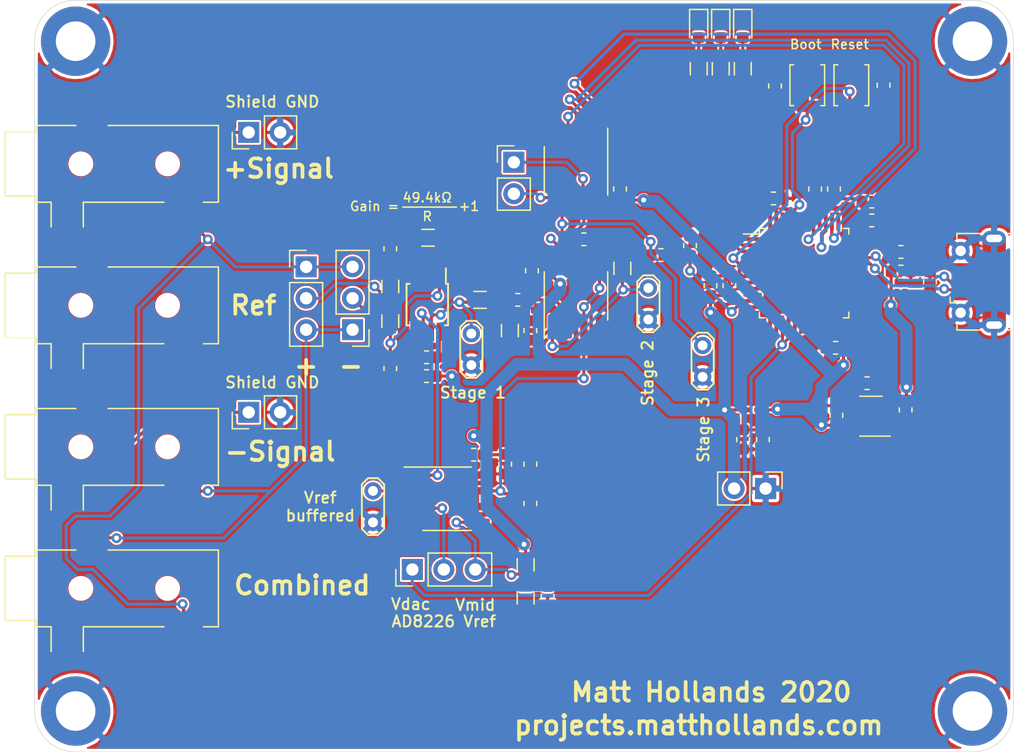
<source format=kicad_pcb>
(kicad_pcb (version 20171130) (host pcbnew "(5.1.5-0-10_14)")
  (layers (0 F.Cu signal) (31 B.Cu signal) (34 B.Paste user) (35 F.Paste user) (36 B.SilkS user) (37 F.SilkS user) (38 B.Mask user) (39 F.Mask user) (44 Edge.Cuts user))
  (net 0 "")
  (net 1 GND)
  (net 2 +3.3VA)
  (net 3 +3V3)
  (net 4 "Net-(D101-Pad2)")
  (net 5 "Net-(D102-Pad2)")
  (net 6 "Net-(D103-Pad2)")
  (net 7 /USB_DM)
  (net 8 /USB_DP)
  (net 9 "Net-(R101-Pad2)")
  (net 10 "Net-(C103-Pad1)")
  (net 11 "Net-(C105-Pad2)")
  (net 12 "Net-(C107-Pad1)")
  (net 13 "Net-(C113-Pad1)")
  (net 14 "Net-(C113-Pad2)")
  (net 15 "Net-(C114-Pad1)")
  (net 16 "Net-(C118-Pad1)")
  (net 17 "Net-(R101-Pad1)")
  (net 18 "Net-(R106-Pad2)")
  (net 19 "Net-(R108-Pad1)")
  (net 20 "Net-(R109-Pad1)")
  (net 21 "Net-(R110-Pad1)")
  (net 22 "Net-(R111-Pad1)")
  (net 23 /VADC)
  (net 24 "Net-(J101-Pad4)")
  (net 25 /SIGNAL_N)
  (net 26 /SIGNAL_P)
  (net 27 "Net-(J103-PadS)")
  (net 28 "Net-(J104-PadS)")
  (net 29 "Net-(JP103-Pad2)")
  (net 30 "Net-(JP104-Pad2)")
  (net 31 "Net-(JP105-Pad2)")
  (net 32 /VREF_DAC)
  (net 33 "Net-(JP106-Pad1)")
  (net 34 "Net-(JP106-Pad2)")
  (net 35 /MISO)
  (net 36 "Net-(TP104-Pad1)")
  (net 37 /MCP_CS)
  (net 38 /SCK)
  (net 39 /MOSI)
  (net 40 "Net-(U105-Pad4)")
  (net 41 "Net-(U105-Pad5)")
  (net 42 "Net-(U105-Pad6)")
  (net 43 "Net-(U105-Pad10)")
  (net 44 "Net-(U105-Pad12)")
  (net 45 "Net-(U105-Pad13)")
  (net 46 "Net-(U105-Pad14)")
  (net 47 "Net-(U105-Pad17)")
  (net 48 "Net-(U105-Pad18)")
  (net 49 "Net-(U105-Pad19)")
  (net 50 "Net-(U105-Pad20)")
  (net 51 "Net-(U105-Pad21)")
  (net 52 "Net-(U105-Pad22)")
  (net 53 "Net-(U105-Pad25)")
  (net 54 "Net-(U105-Pad26)")
  (net 55 "Net-(U105-Pad29)")
  (net 56 "Net-(U105-Pad30)")
  (net 57 "Net-(U105-Pad31)")
  (net 58 "Net-(U105-Pad34)")
  (net 59 "Net-(U105-Pad37)")
  (net 60 "Net-(U105-Pad42)")
  (net 61 "Net-(U105-Pad43)")
  (net 62 "Net-(U105-Pad45)")
  (net 63 "Net-(U105-Pad46)")
  (net 64 "Net-(C126-Pad1)")
  (net 65 "Net-(R102-Pad1)")
  (net 66 "Net-(R103-Pad1)")
  (net 67 "Net-(U105-Pad27)")
  (net 68 "Net-(U105-Pad28)")
  (net 69 "Net-(C122-Pad1)")
  (module Inductor_SMD:L_0201_0603Metric (layer F.Cu) (at 141.2875 44.831 180)
    (fp_text reference L102 hide)
    (fp_text value BK0603HS330-T)
    (pad 2 smd roundrect (at 0.32 0 180) (size 0.46 0.4) (layers F.Cu F.Mask) (net 12 "Net-(C107-Pad1)"))
    (pad 1 smd roundrect (at -0.32 0 180) (size 0.46 0.4) (layers F.Cu F.Mask) (net 10 "Net-(C103-Pad1)"))
  )
  (module Inductor_SMD:L_0201_0603Metric (layer F.Cu) (at 129.3515 54.4155 180)
    (fp_text reference L101 hide)
    (fp_text value BK0603HS330-T)
    (pad 2 smd roundrect (at 0.32 0 180) (size 0.46 0.4) (layers F.Cu F.Mask) (net 2 +3.3VA))
    (pad 1 smd roundrect (at -0.32 0 180) (size 0.46 0.4) (layers F.Cu F.Mask) (net 3 +3V3))
  )
  (module Package_SO:SOIC-8_3.9x4.9mm_P1.27mm (layer F.Cu) (at 104.648 61.595)
    (fp_text reference U106 hide)
    (fp_text value OP2177ARZ-REEL)
    (pad 8 smd roundrect (at 2.475 -1.905) (size 1.95 0.6) (layers F.Cu F.Paste F.Mask) (net 2 +3.3VA))
    (pad 7 smd roundrect (at 2.475 -0.635) (size 1.95 0.6) (layers F.Cu F.Paste F.Mask) (net 11 "Net-(C105-Pad2)"))
    (pad 6 smd roundrect (at 2.475 0.635) (size 1.95 0.6) (layers F.Cu F.Paste F.Mask) (net 11 "Net-(C105-Pad2)"))
    (pad 5 smd roundrect (at 2.475 1.905) (size 1.95 0.6) (layers F.Cu F.Paste F.Mask) (net 69 "Net-(C122-Pad1)"))
    (pad 4 smd roundrect (at -2.475 1.905) (size 1.95 0.6) (layers F.Cu F.Paste F.Mask) (net 1 GND))
    (pad 3 smd roundrect (at -2.475 0.635) (size 1.95 0.6) (layers F.Cu F.Paste F.Mask) (net 31 "Net-(JP105-Pad2)"))
    (pad 2 smd roundrect (at -2.475 -0.635) (size 1.95 0.6) (layers F.Cu F.Paste F.Mask) (net 36 "Net-(TP104-Pad1)"))
    (pad 1 smd roundrect (at -2.475 -1.905) (size 1.95 0.6) (layers F.Cu F.Paste F.Mask) (net 36 "Net-(TP104-Pad1)"))
  )
  (module Package_SO:SOIC-8_3.9x4.9mm_P1.27mm (layer F.Cu) (at 115.062 45.212 90)
    (fp_text reference U101 hide)
    (fp_text value LMV358)
    (pad 8 smd roundrect (at 2.475 -1.905 90) (size 1.95 0.6) (layers F.Cu F.Paste F.Mask) (net 2 +3.3VA))
    (pad 7 smd roundrect (at 2.475 -0.635 90) (size 1.95 0.6) (layers F.Cu F.Paste F.Mask) (net 34 "Net-(JP106-Pad2)"))
    (pad 6 smd roundrect (at 2.475 0.635 90) (size 1.95 0.6) (layers F.Cu F.Paste F.Mask) (net 19 "Net-(R108-Pad1)"))
    (pad 5 smd roundrect (at 2.475 1.905 90) (size 1.95 0.6) (layers F.Cu F.Paste F.Mask) (net 11 "Net-(C105-Pad2)"))
    (pad 4 smd roundrect (at -2.475 1.905 90) (size 1.95 0.6) (layers F.Cu F.Paste F.Mask) (net 1 GND))
    (pad 3 smd roundrect (at -2.475 0.635 90) (size 1.95 0.6) (layers F.Cu F.Paste F.Mask) (net 11 "Net-(C105-Pad2)"))
    (pad 2 smd roundrect (at -2.475 -0.635 90) (size 1.95 0.6) (layers F.Cu F.Paste F.Mask) (net 13 "Net-(C113-Pad1)"))
    (pad 1 smd roundrect (at -2.475 -1.905 90) (size 1.95 0.6) (layers F.Cu F.Paste F.Mask) (net 15 "Net-(C114-Pad1)"))
  )
  (module Connector_PinHeader_2.54mm:PinHeader_1x02_P2.54mm_Vertical (layer F.Cu) (at 130.3655 60.7695 270)
    (fp_text reference J106 hide)
    (fp_text value Conn_01x02)
    (pad 2 thru_hole oval (at 0 2.54 270) (size 1.7 1.7) (drill 1) (layers *.Cu *.Mask) (net 2 +3.3VA))
    (pad 1 thru_hole rect (at 0 0 270) (size 1.7 1.7) (drill 1) (layers *.Cu *.Mask) (net 1 GND))
  )
  (module Capacitor_SMD:C_0603_1608Metric (layer F.Cu) (at 109.347 58.801 270)
    (fp_text reference C128 hide)
    (fp_text value 1uF)
    (pad 2 smd roundrect (at 0.7875 0 270) (size 0.875 0.95) (layers F.Cu F.Paste F.Mask) (net 1 GND))
    (pad 1 smd roundrect (at -0.7875 0 270) (size 0.875 0.95) (layers F.Cu F.Paste F.Mask) (net 2 +3.3VA))
  )
  (module Capacitor_SMD:C_0603_1608Metric (layer F.Cu) (at 106.807 58.039 180)
    (fp_text reference C127 hide)
    (fp_text value 100nF)
    (pad 2 smd roundrect (at 0.7875 0 180) (size 0.875 0.95) (layers F.Cu F.Paste F.Mask) (net 1 GND))
    (pad 1 smd roundrect (at -0.7875 0 180) (size 0.875 0.95) (layers F.Cu F.Paste F.Mask) (net 2 +3.3VA))
  )
  (module Capacitor_SMD:C_0603_1608Metric (layer F.Cu) (at 112.776 69.469 270)
    (fp_text reference C122 hide)
    (fp_text value 1uF)
    (pad 2 smd roundrect (at 0.7875 0 270) (size 0.875 0.95) (layers F.Cu F.Paste F.Mask) (net 1 GND))
    (pad 1 smd roundrect (at -0.7875 0 270) (size 0.875 0.95) (layers F.Cu F.Paste F.Mask) (net 69 "Net-(C122-Pad1)"))
  )
  (module Resistors_SMD:R_0603 (layer F.Cu) (at 107.315 45.5295 180)
    (fp_text reference R106 hide)
    (fp_text value 10k)
    (pad 2 smd rect (at 0.75 0 180) (size 0.5 0.9) (layers F.Cu F.Paste F.Mask) (net 18 "Net-(R106-Pad2)"))
    (pad 1 smd rect (at -0.75 0 180) (size 0.5 0.9) (layers F.Cu F.Paste F.Mask) (net 14 "Net-(C113-Pad2)"))
  )
  (module Capacitor_SMD:C_0603_1608Metric (layer F.Cu) (at 143.637 44.069 90)
    (fp_text reference C103 hide)
    (fp_text value 10nF)
    (pad 2 smd roundrect (at 0.7875 0 90) (size 0.875 0.95) (layers F.Cu F.Paste F.Mask) (net 1 GND))
    (pad 1 smd roundrect (at -0.7875 0 90) (size 0.875 0.95) (layers F.Cu F.Paste F.Mask) (net 10 "Net-(C103-Pad1)"))
  )
  (module Capacitor_SMD:C_0603_1608Metric (layer F.Cu) (at 128.5515 56.8155 270)
    (fp_text reference C104 hide)
    (fp_text value 4.7uF)
    (pad 1 smd roundrect (at -0.7875 0 270) (size 0.875 0.95) (layers F.Cu F.Paste F.Mask) (net 2 +3.3VA))
    (pad 2 smd roundrect (at 0.7875 0 270) (size 0.875 0.95) (layers F.Cu F.Paste F.Mask) (net 1 GND))
  )
  (module Capacitor_SMD:C_0603_1608Metric (layer F.Cu) (at 141.2875 41.656)
    (fp_text reference C109 hide)
    (fp_text value 4.7uF)
    (pad 2 smd roundrect (at 0.7875 0) (size 0.875 0.95) (layers F.Cu F.Paste F.Mask) (net 1 GND))
    (pad 1 smd roundrect (at -0.7875 0) (size 0.875 0.95) (layers F.Cu F.Paste F.Mask) (net 12 "Net-(C107-Pad1)"))
  )
  (module Capacitor_SMD:C_0603_1608Metric (layer F.Cu) (at 110.363 45.5295 180)
    (fp_text reference C113 hide)
    (fp_text value 10uF)
    (pad 1 smd roundrect (at -0.7875 0 180) (size 0.875 0.95) (layers F.Cu F.Paste F.Mask) (net 13 "Net-(C113-Pad1)"))
    (pad 2 smd roundrect (at 0.7875 0 180) (size 0.875 0.95) (layers F.Cu F.Paste F.Mask) (net 14 "Net-(C113-Pad2)"))
  )
  (module LED_SMD:LED_0603_1608Metric (layer F.Cu) (at 126.746 23.5585 270)
    (fp_text reference D101 hide)
    (fp_text value LED)
    (pad 1 smd roundrect (at -0.7875 0 270) (size 0.875 0.95) (layers F.Cu F.Paste F.Mask) (net 1 GND))
    (pad 2 smd roundrect (at 0.7875 0 270) (size 0.875 0.95) (layers F.Cu F.Paste F.Mask) (net 4 "Net-(D101-Pad2)"))
  )
  (module LED_SMD:LED_0603_1608Metric (layer F.Cu) (at 128.524 23.5585 270)
    (fp_text reference D102 hide)
    (fp_text value LED)
    (pad 2 smd roundrect (at 0.7875 0 270) (size 0.875 0.95) (layers F.Cu F.Paste F.Mask) (net 5 "Net-(D102-Pad2)"))
    (pad 1 smd roundrect (at -0.7875 0 270) (size 0.875 0.95) (layers F.Cu F.Paste F.Mask) (net 1 GND))
  )
  (module LED_SMD:LED_0603_1608Metric (layer F.Cu) (at 124.968 23.5585 270)
    (fp_text reference D103 hide)
    (fp_text value LED)
    (pad 1 smd roundrect (at -0.7875 0 270) (size 0.875 0.95) (layers F.Cu F.Paste F.Mask) (net 1 GND))
    (pad 2 smd roundrect (at 0.7875 0 270) (size 0.875 0.95) (layers F.Cu F.Paste F.Mask) (net 6 "Net-(D103-Pad2)"))
  )
  (module Resistors_SMD:R_0603 (layer F.Cu) (at 103.124 40.513 180)
    (fp_text reference R101 hide)
    (fp_text value 16k)
    (pad 1 smd rect (at -0.75 0 180) (size 0.5 0.9) (layers F.Cu F.Paste F.Mask) (net 17 "Net-(R101-Pad1)"))
    (pad 2 smd rect (at 0.75 0 180) (size 0.5 0.9) (layers F.Cu F.Paste F.Mask) (net 9 "Net-(R101-Pad2)"))
  )
  (module Resistors_SMD:R_0603 (layer F.Cu) (at 100.076 47.244 90)
    (fp_text reference R102 hide)
    (fp_text value 47k)
    (pad 2 smd rect (at 0.75 0 90) (size 0.5 0.9) (layers F.Cu F.Paste F.Mask) (net 29 "Net-(JP103-Pad2)"))
    (pad 1 smd rect (at -0.75 0 90) (size 0.5 0.9) (layers F.Cu F.Paste F.Mask) (net 65 "Net-(R102-Pad1)"))
  )
  (module Resistors_SMD:R_0603 (layer F.Cu) (at 100.076 44.45 270)
    (fp_text reference R103 hide)
    (fp_text value 47k)
    (pad 2 smd rect (at 0.75 0 270) (size 0.5 0.9) (layers F.Cu F.Paste F.Mask) (net 30 "Net-(JP104-Pad2)"))
    (pad 1 smd rect (at -0.75 0 270) (size 0.5 0.9) (layers F.Cu F.Paste F.Mask) (net 66 "Net-(R103-Pad1)"))
  )
  (module Resistors_SMD:R_0603 (layer F.Cu) (at 110.998 66.929 270)
    (fp_text reference R104 hide)
    (fp_text value 10k)
    (pad 2 smd rect (at 0.75 0 270) (size 0.5 0.9) (layers F.Cu F.Paste F.Mask) (net 69 "Net-(C122-Pad1)"))
    (pad 1 smd rect (at -0.75 0 270) (size 0.5 0.9) (layers F.Cu F.Paste F.Mask) (net 2 +3.3VA))
  )
  (module Resistors_SMD:R_0603 (layer F.Cu) (at 110.998 69.596 270)
    (fp_text reference R105 hide)
    (fp_text value 10k)
    (pad 2 smd rect (at 0.75 0 270) (size 0.5 0.9) (layers F.Cu F.Paste F.Mask) (net 1 GND))
    (pad 1 smd rect (at -0.75 0 270) (size 0.5 0.9) (layers F.Cu F.Paste F.Mask) (net 69 "Net-(C122-Pad1)"))
  )
  (module Capacitor_SMD:C_0603_1608Metric (layer F.Cu) (at 111.506 43.18 270)
    (fp_text reference C101 hide)
    (fp_text value 100nF)
    (pad 1 smd roundrect (at -0.7875 0 270) (size 0.875 0.95) (layers F.Cu F.Paste F.Mask) (net 2 +3.3VA))
    (pad 2 smd roundrect (at 0.7875 0 270) (size 0.875 0.95) (layers F.Cu F.Paste F.Mask) (net 1 GND))
  )
  (module Capacitor_SMD:C_0603_1608Metric (layer F.Cu) (at 130.1515 56.8155 270)
    (fp_text reference C102 hide)
    (fp_text value 100nF)
    (pad 1 smd roundrect (at -0.7875 0 270) (size 0.875 0.95) (layers F.Cu F.Paste F.Mask) (net 2 +3.3VA))
    (pad 2 smd roundrect (at 0.7875 0 270) (size 0.875 0.95) (layers F.Cu F.Paste F.Mask) (net 1 GND))
  )
  (module Capacitor_SMD:C_0603_1608Metric (layer F.Cu) (at 111.379 58.801 270)
    (fp_text reference C105 hide)
    (fp_text value 10uF)
    (pad 2 smd roundrect (at 0.7875 0 270) (size 0.875 0.95) (layers F.Cu F.Paste F.Mask) (net 11 "Net-(C105-Pad2)"))
    (pad 1 smd roundrect (at -0.7875 0 270) (size 0.875 0.95) (layers F.Cu F.Paste F.Mask) (net 2 +3.3VA))
  )
  (module Capacitor_SMD:C_0603_1608Metric (layer F.Cu) (at 111.379 61.976 270)
    (fp_text reference C106 hide)
    (fp_text value 10uF)
    (pad 2 smd roundrect (at 0.7875 0 270) (size 0.875 0.95) (layers F.Cu F.Paste F.Mask) (net 1 GND))
    (pad 1 smd roundrect (at -0.7875 0 270) (size 0.875 0.95) (layers F.Cu F.Paste F.Mask) (net 11 "Net-(C105-Pad2)"))
  )
  (module Capacitor_SMD:C_0603_1608Metric (layer F.Cu) (at 141.2875 43.2435)
    (fp_text reference C107 hide)
    (fp_text value 100nF)
    (pad 2 smd roundrect (at 0.7875 0) (size 0.875 0.95) (layers F.Cu F.Paste F.Mask) (net 1 GND))
    (pad 1 smd roundrect (at -0.7875 0) (size 0.875 0.95) (layers F.Cu F.Paste F.Mask) (net 12 "Net-(C107-Pad1)"))
  )
  (module Capacitor_SMD:C_0603_1608Metric (layer F.Cu) (at 141.6685 54.4195 270)
    (fp_text reference C111 hide)
    (fp_text value 1uF)
    (pad 1 smd roundrect (at -0.7875 0 270) (size 0.875 0.95) (layers F.Cu F.Paste F.Mask) (net 12 "Net-(C107-Pad1)"))
    (pad 2 smd roundrect (at 0.7875 0 270) (size 0.875 0.95) (layers F.Cu F.Paste F.Mask) (net 1 GND))
  )
  (module Capacitor_SMD:C_0603_1608Metric (layer F.Cu) (at 136.0805 54.864 90)
    (fp_text reference C112 hide)
    (fp_text value 2.2uF)
    (pad 2 smd roundrect (at 0.7875 0 90) (size 0.875 0.95) (layers F.Cu F.Paste F.Mask) (net 1 GND))
    (pad 1 smd roundrect (at -0.7875 0 90) (size 0.875 0.95) (layers F.Cu F.Paste F.Mask) (net 3 +3V3))
  )
  (module Capacitor_SMD:C_0603_1608Metric (layer F.Cu) (at 111.379 48.006 90)
    (fp_text reference C114 hide)
    (fp_text value 560pF)
    (pad 1 smd roundrect (at -0.7875 0 90) (size 0.875 0.95) (layers F.Cu F.Paste F.Mask) (net 15 "Net-(C114-Pad1)"))
    (pad 2 smd roundrect (at 0.7875 0 90) (size 0.875 0.95) (layers F.Cu F.Paste F.Mask) (net 13 "Net-(C113-Pad1)"))
  )
  (module Capacitor_SMD:C_0603_1608Metric (layer F.Cu) (at 127.4445 44.3865 90)
    (fp_text reference C115 hide)
    (fp_text value 10nF)
    (pad 2 smd roundrect (at 0.7875 0 90) (size 0.875 0.95) (layers F.Cu F.Paste F.Mask) (net 1 GND))
    (pad 1 smd roundrect (at -0.7875 0 90) (size 0.875 0.95) (layers F.Cu F.Paste F.Mask) (net 2 +3.3VA))
  )
  (module Capacitor_SMD:C_0603_1608Metric (layer F.Cu) (at 125.9205 44.3865 90)
    (fp_text reference C116 hide)
    (fp_text value 1uF)
    (pad 1 smd roundrect (at -0.7875 0 90) (size 0.875 0.95) (layers F.Cu F.Paste F.Mask) (net 2 +3.3VA))
    (pad 2 smd roundrect (at 0.7875 0 90) (size 0.875 0.95) (layers F.Cu F.Paste F.Mask) (net 1 GND))
  )
  (module Capacitor_SMD:C_0603_1608Metric (layer F.Cu) (at 136.017 49.403 180)
    (fp_text reference C117 hide)
    (fp_text value 100nF)
    (pad 2 smd roundrect (at 0.7875 0 180) (size 0.875 0.95) (layers F.Cu F.Paste F.Mask) (net 1 GND))
    (pad 1 smd roundrect (at -0.7875 0 180) (size 0.875 0.95) (layers F.Cu F.Paste F.Mask) (net 3 +3V3))
  )
  (module Capacitor_SMD:C_0603_1608Metric (layer F.Cu) (at 139.8905 28.194 90)
    (fp_text reference C118 hide)
    (fp_text value 100nF)
    (pad 1 smd roundrect (at -0.7875 0 90) (size 0.875 0.95) (layers F.Cu F.Paste F.Mask) (net 16 "Net-(C118-Pad1)"))
    (pad 2 smd roundrect (at 0.7875 0 90) (size 0.875 0.95) (layers F.Cu F.Paste F.Mask) (net 1 GND))
  )
  (module Capacitor_SMD:C_0603_1608Metric (layer F.Cu) (at 135.89 36.576 90)
    (fp_text reference C119 hide)
    (fp_text value 4.7uF)
    (pad 1 smd roundrect (at -0.7875 0 90) (size 0.875 0.95) (layers F.Cu F.Paste F.Mask) (net 3 +3V3))
    (pad 2 smd roundrect (at 0.7875 0 90) (size 0.875 0.95) (layers F.Cu F.Paste F.Mask) (net 1 GND))
  )
  (module Connector_USB:USB_Micro-B_Molex-105017-0001 (layer F.Cu) (at 147.574 44.069 90)
    (fp_text reference J101 hide)
    (fp_text value USB_B_Micro)
    (pad 6 smd rect (at 1 1.2375 90) (size 1.5 1.9) (layers F.Cu F.Paste F.Mask) (net 1 GND))
    (pad 6 thru_hole circle (at -2.5 -1.4625 90) (size 1.45 1.45) (drill 0.85) (layers *.Cu *.Mask) (net 1 GND))
    (pad 2 smd rect (at -0.65 -1.4625 90) (size 0.4 1.35) (layers F.Cu F.Paste F.Mask) (net 7 /USB_DM))
    (pad 1 smd rect (at -1.3 -1.4625 90) (size 0.4 1.35) (layers F.Cu F.Paste F.Mask) (net 10 "Net-(C103-Pad1)"))
    (pad 5 smd rect (at 1.3 -1.4625 90) (size 0.4 1.35) (layers F.Cu F.Paste F.Mask) (net 1 GND))
    (pad 4 smd rect (at 0.65 -1.4625 90) (size 0.4 1.35) (layers F.Cu F.Paste F.Mask) (net 24 "Net-(J101-Pad4)"))
    (pad 3 smd rect (at 0 -1.4625 90) (size 0.4 1.35) (layers F.Cu F.Paste F.Mask) (net 8 /USB_DP))
    (pad 6 thru_hole circle (at 2.5 -1.4625 90) (size 1.45 1.45) (drill 0.85) (layers *.Cu *.Mask) (net 1 GND))
    (pad 6 smd rect (at -1 1.2375 90) (size 1.5 1.9) (layers F.Cu F.Paste F.Mask) (net 1 GND))
    (pad 6 thru_hole oval (at -3.5 1.2375 270) (size 1.2 1.9) (drill oval 0.6 1.3) (layers *.Cu *.Mask) (net 1 GND))
    (pad 6 thru_hole oval (at 3.5 1.2375 90) (size 1.2 1.9) (drill oval 0.6 1.3) (layers *.Cu *.Mask) (net 1 GND))
    (pad 6 smd rect (at 2.9 1.2375 90) (size 1.2 1.9) (layers F.Cu F.Mask) (net 1 GND))
    (pad 6 smd rect (at -2.9 1.2375 90) (size 1.2 1.9) (layers F.Cu F.Mask) (net 1 GND))
  )
  (module Connector_Audio:Jack_3.5mm_CUI_SJ-3523-SMT_Horizontal (layer F.Cu) (at 77.597 68.834 90)
    (fp_text reference J102 hide)
    (fp_text value AudioJack3)
    (pad R smd rect (at 3.7 -1.6 90) (size 2.8 2.2) (layers F.Cu F.Paste F.Mask) (net 25 /SIGNAL_N))
    (pad S smd rect (at -3.7 -3.6 90) (size 2.8 2.2) (layers F.Cu F.Paste F.Mask) (net 1 GND))
    (pad T smd rect (at -3.7 5.8 90) (size 2.8 2.8) (layers F.Cu F.Paste F.Mask) (net 26 /SIGNAL_P))
    (pad "" np_thru_hole circle (at 0 -2.5 90) (size 1.7 1.7) (drill 1.7) (layers *.Cu *.Mask))
    (pad "" np_thru_hole circle (at 0 4.5 90) (size 1.7 1.7) (drill 1.7) (layers *.Cu *.Mask))
  )
  (module Resistors_SMD:R_0603 (layer F.Cu) (at 109.728 48.006 90)
    (fp_text reference R107 hide)
    (fp_text value 2.2M)
    (pad 1 smd rect (at -0.75 0 90) (size 0.5 0.9) (layers F.Cu F.Paste F.Mask) (net 15 "Net-(C114-Pad1)"))
    (pad 2 smd rect (at 0.75 0 90) (size 0.5 0.9) (layers F.Cu F.Paste F.Mask) (net 13 "Net-(C113-Pad1)"))
  )
  (module Resistors_SMD:R_0603 (layer F.Cu) (at 118.8085 42.9895 270)
    (fp_text reference R108 hide)
    (fp_text value 10k)
    (pad 2 smd rect (at 0.75 0 270) (size 0.5 0.9) (layers F.Cu F.Paste F.Mask) (net 15 "Net-(C114-Pad1)"))
    (pad 1 smd rect (at -0.75 0 270) (size 0.5 0.9) (layers F.Cu F.Paste F.Mask) (net 19 "Net-(R108-Pad1)"))
  )
  (module Resistor_SMD:R_0603_1608Metric (layer F.Cu) (at 131.1275 28.2575 90)
    (fp_text reference R109 hide)
    (fp_text value 10k)
    (pad 1 smd roundrect (at -0.7875 0 90) (size 0.875 0.95) (layers F.Cu F.Paste F.Mask) (net 20 "Net-(R109-Pad1)"))
    (pad 2 smd roundrect (at 0.7875 0 90) (size 0.875 0.95) (layers F.Cu F.Paste F.Mask) (net 1 GND))
  )
  (module Resistors_SMD:R_0603 (layer F.Cu) (at 126.746 26.8605 90)
    (fp_text reference R110 hide)
    (fp_text value 750)
    (pad 1 smd rect (at -0.75 0 90) (size 0.5 0.9) (layers F.Cu F.Paste F.Mask) (net 21 "Net-(R110-Pad1)"))
    (pad 2 smd rect (at 0.75 0 90) (size 0.5 0.9) (layers F.Cu F.Paste F.Mask) (net 4 "Net-(D101-Pad2)"))
  )
  (module Resistors_SMD:R_0603 (layer F.Cu) (at 128.524 26.8605 90)
    (fp_text reference R111 hide)
    (fp_text value 750)
    (pad 2 smd rect (at 0.75 0 90) (size 0.5 0.9) (layers F.Cu F.Paste F.Mask) (net 5 "Net-(D102-Pad2)"))
    (pad 1 smd rect (at -0.75 0 90) (size 0.5 0.9) (layers F.Cu F.Paste F.Mask) (net 22 "Net-(R111-Pad1)"))
  )
  (module Resistors_SMD:R_0603 (layer F.Cu) (at 124.968 26.8605 90)
    (fp_text reference R112 hide)
    (fp_text value 750)
    (pad 1 smd rect (at -0.75 0 90) (size 0.5 0.9) (layers F.Cu F.Paste F.Mask) (net 3 +3V3))
    (pad 2 smd rect (at 0.75 0 90) (size 0.5 0.9) (layers F.Cu F.Paste F.Mask) (net 6 "Net-(D103-Pad2)"))
  )
  (module Buttons_Switches_SMD:SW_SPST_B3U-1000P (layer F.Cu) (at 133.731 28.194 270)
    (fp_text reference SW101 hide)
    (fp_text value SW_Push_45deg)
    (pad 2 smd rect (at 1.7 0 270) (size 0.9 1.7) (layers F.Cu F.Paste F.Mask) (net 20 "Net-(R109-Pad1)"))
    (pad 1 smd rect (at -1.7 0 270) (size 0.9 1.7) (layers F.Cu F.Paste F.Mask) (net 3 +3V3))
  )
  (module Buttons_Switches_SMD:SW_SPST_B3U-1000P (layer F.Cu) (at 137.287 28.194 270)
    (fp_text reference SW102 hide)
    (fp_text value SW_Push_45deg)
    (pad 1 smd rect (at -1.7 0 270) (size 0.9 1.7) (layers F.Cu F.Paste F.Mask) (net 1 GND))
    (pad 2 smd rect (at 1.7 0 270) (size 0.9 1.7) (layers F.Cu F.Paste F.Mask) (net 16 "Net-(C118-Pad1)"))
  )
  (module TestPoint:TestPoint_2Pads_Pitch2.54mm_Drill0.8mm (layer F.Cu) (at 106.6165 48.26 270)
    (fp_text reference TP101 hide)
    (fp_text value TestPoint_2Pole)
    (pad 2 thru_hole circle (at 2.54 0 270) (size 1.4 1.4) (drill 0.8) (layers *.Cu *.Mask) (net 1 GND))
    (pad 1 thru_hole circle (at 0 0 270) (size 1.4 1.4) (drill 0.8) (layers *.Cu *.Mask) (net 18 "Net-(R106-Pad2)"))
  )
  (module TestPoint:TestPoint_2Pads_Pitch2.54mm_Drill0.8mm (layer F.Cu) (at 120.904 44.577 270)
    (fp_text reference TP102 hide)
    (fp_text value TestPoint_2Pole)
    (pad 1 thru_hole circle (at 0 0 270) (size 1.4 1.4) (drill 0.8) (layers *.Cu *.Mask) (net 15 "Net-(C114-Pad1)"))
    (pad 2 thru_hole circle (at 2.54 0 270) (size 1.4 1.4) (drill 0.8) (layers *.Cu *.Mask) (net 1 GND))
  )
  (module TestPoint:TestPoint_2Pads_Pitch2.54mm_Drill0.8mm (layer F.Cu) (at 125.2855 49.2125 270)
    (fp_text reference TP103 hide)
    (fp_text value TestPoint_2Pole)
    (pad 1 thru_hole circle (at 0 0 270) (size 1.4 1.4) (drill 0.8) (layers *.Cu *.Mask) (net 34 "Net-(JP106-Pad2)"))
    (pad 2 thru_hole circle (at 2.54 0 270) (size 1.4 1.4) (drill 0.8) (layers *.Cu *.Mask) (net 1 GND))
  )
  (module Capacitor_SMD:C_0603_1608Metric (layer F.Cu) (at 102.997 50.165 180)
    (fp_text reference C108 hide)
    (fp_text value 100nF)
    (pad 1 smd roundrect (at -0.7875 0 180) (size 0.875 0.95) (layers F.Cu F.Paste F.Mask) (net 2 +3.3VA))
    (pad 2 smd roundrect (at 0.7875 0 180) (size 0.875 0.95) (layers F.Cu F.Paste F.Mask) (net 1 GND))
  )
  (module Capacitor_SMD:C_0603_1608Metric (layer F.Cu) (at 102.997 51.689 180)
    (fp_text reference C110 hide)
    (fp_text value 10uF)
    (pad 2 smd roundrect (at 0.7875 0 180) (size 0.875 0.95) (layers F.Cu F.Paste F.Mask) (net 1 GND))
    (pad 1 smd roundrect (at -0.7875 0 180) (size 0.875 0.95) (layers F.Cu F.Paste F.Mask) (net 2 +3.3VA))
  )
  (module Package_SO:MSOP-8_3x3mm_P0.65mm (layer F.Cu) (at 103.0605 45.9105 270)
    (fp_text reference U102 hide)
    (fp_text value AD8226ARMZ)
    (pad 1 smd rect (at -2.2 -0.975 270) (size 1.45 0.45) (layers F.Cu F.Paste F.Mask) (net 65 "Net-(R102-Pad1)"))
    (pad 2 smd rect (at -2.2 -0.325 270) (size 1.45 0.45) (layers F.Cu F.Paste F.Mask) (net 17 "Net-(R101-Pad1)"))
    (pad 3 smd rect (at -2.2 0.325 270) (size 1.45 0.45) (layers F.Cu F.Paste F.Mask) (net 9 "Net-(R101-Pad2)"))
    (pad 4 smd rect (at -2.2 0.975 270) (size 1.45 0.45) (layers F.Cu F.Paste F.Mask) (net 66 "Net-(R103-Pad1)"))
    (pad 5 smd rect (at 2.2 0.975 270) (size 1.45 0.45) (layers F.Cu F.Paste F.Mask) (net 1 GND))
    (pad 6 smd rect (at 2.2 0.325 270) (size 1.45 0.45) (layers F.Cu F.Paste F.Mask) (net 36 "Net-(TP104-Pad1)"))
    (pad 7 smd rect (at 2.2 -0.325 270) (size 1.45 0.45) (layers F.Cu F.Paste F.Mask) (net 18 "Net-(R106-Pad2)"))
    (pad 8 smd rect (at 2.2 -0.975 270) (size 1.45 0.45) (layers F.Cu F.Paste F.Mask) (net 2 +3.3VA))
  )
  (module Capacitor_SMD:C_0603_1608Metric (layer F.Cu) (at 124.2695 41.148 90)
    (fp_text reference C120 hide)
    (fp_text value C)
    (pad 1 smd roundrect (at -0.7875 0 90) (size 0.875 0.95) (layers F.Cu F.Paste F.Mask) (net 23 /VADC))
    (pad 2 smd roundrect (at 0.7875 0 90) (size 0.875 0.95) (layers F.Cu F.Paste F.Mask) (net 1 GND))
  )
  (module Capacitor_SMD:C_0603_1608Metric (layer F.Cu) (at 131.0005 37.338)
    (fp_text reference C121 hide)
    (fp_text value 100nF)
    (pad 2 smd roundrect (at 0.7875 0) (size 0.875 0.95) (layers F.Cu F.Paste F.Mask) (net 1 GND))
    (pad 1 smd roundrect (at -0.7875 0) (size 0.875 0.95) (layers F.Cu F.Paste F.Mask) (net 3 +3V3))
  )
  (module Capacitor_SMD:C_0603_1608Metric (layer F.Cu) (at 118.618 36.576 90)
    (fp_text reference C123 hide)
    (fp_text value 100nF)
    (pad 2 smd roundrect (at 0.7875 0 90) (size 0.875 0.95) (layers F.Cu F.Paste F.Mask) (net 1 GND))
    (pad 1 smd roundrect (at -0.7875 0 90) (size 0.875 0.95) (layers F.Cu F.Paste F.Mask) (net 3 +3V3))
  )
  (module Capacitor_SMD:C_0603_1608Metric (layer F.Cu) (at 138.938 39.116)
    (fp_text reference C124 hide)
    (fp_text value 100nF)
    (pad 1 smd roundrect (at -0.7875 0) (size 0.875 0.95) (layers F.Cu F.Paste F.Mask) (net 3 +3V3))
    (pad 2 smd roundrect (at 0.7875 0) (size 0.875 0.95) (layers F.Cu F.Paste F.Mask) (net 1 GND))
  )
  (module Capacitor_SMD:C_0603_1608Metric (layer F.Cu) (at 138.938 37.592)
    (fp_text reference C125 hide)
    (fp_text value 4.7uF)
    (pad 2 smd roundrect (at 0.7875 0) (size 0.875 0.95) (layers F.Cu F.Paste F.Mask) (net 1 GND))
    (pad 1 smd roundrect (at -0.7875 0) (size 0.875 0.95) (layers F.Cu F.Paste F.Mask) (net 3 +3V3))
  )
  (module Connector_Audio:Jack_3.5mm_CUI_SJ-3523-SMT_Horizontal (layer F.Cu) (at 77.597 34.544 90)
    (fp_text reference J103 hide)
    (fp_text value AudioJack2)
    (pad "" np_thru_hole circle (at 0 4.5 90) (size 1.7 1.7) (drill 1.7) (layers *.Cu *.Mask))
    (pad "" np_thru_hole circle (at 0 -2.5 90) (size 1.7 1.7) (drill 1.7) (layers *.Cu *.Mask))
    (pad T smd rect (at -3.7 5.8 90) (size 2.8 2.8) (layers F.Cu F.Paste F.Mask) (net 26 /SIGNAL_P))
    (pad S smd rect (at -3.7 -3.6 90) (size 2.8 2.2) (layers F.Cu F.Paste F.Mask) (net 27 "Net-(J103-PadS)"))
    (pad R smd rect (at 3.7 -1.6 90) (size 2.8 2.2) (layers F.Cu F.Paste F.Mask))
  )
  (module Connector_Audio:Jack_3.5mm_CUI_SJ-3523-SMT_Horizontal (layer F.Cu) (at 77.597 57.404 90)
    (fp_text reference J104 hide)
    (fp_text value AudioJack2)
    (pad R smd rect (at 3.7 -1.6 90) (size 2.8 2.2) (layers F.Cu F.Paste F.Mask))
    (pad S smd rect (at -3.7 -3.6 90) (size 2.8 2.2) (layers F.Cu F.Paste F.Mask) (net 28 "Net-(J104-PadS)"))
    (pad T smd rect (at -3.7 5.8 90) (size 2.8 2.8) (layers F.Cu F.Paste F.Mask) (net 25 /SIGNAL_N))
    (pad "" np_thru_hole circle (at 0 -2.5 90) (size 1.7 1.7) (drill 1.7) (layers *.Cu *.Mask))
    (pad "" np_thru_hole circle (at 0 4.5 90) (size 1.7 1.7) (drill 1.7) (layers *.Cu *.Mask))
  )
  (module Connector_Audio:Jack_3.5mm_CUI_SJ-3523-SMT_Horizontal (layer F.Cu) (at 77.597 45.974 90)
    (fp_text reference J105 hide)
    (fp_text value AudioJack2)
    (pad R smd rect (at 3.7 -1.6 90) (size 2.8 2.2) (layers F.Cu F.Paste F.Mask))
    (pad S smd rect (at -3.7 -3.6 90) (size 2.8 2.2) (layers F.Cu F.Paste F.Mask) (net 1 GND))
    (pad T smd rect (at -3.7 5.8 90) (size 2.8 2.8) (layers F.Cu F.Paste F.Mask) (net 1 GND))
    (pad "" np_thru_hole circle (at 0 -2.5 90) (size 1.7 1.7) (drill 1.7) (layers *.Cu *.Mask))
    (pad "" np_thru_hole circle (at 0 4.5 90) (size 1.7 1.7) (drill 1.7) (layers *.Cu *.Mask))
  )
  (module Connector_PinHeader_2.54mm:PinHeader_1x02_P2.54mm_Vertical (layer F.Cu) (at 88.646 32.004 90)
    (fp_text reference JP101 hide)
    (fp_text value Jumper_NC_Small)
    (pad 2 thru_hole oval (at 0 2.54 90) (size 1.7 1.7) (drill 1) (layers *.Cu *.Mask) (net 1 GND))
    (pad 1 thru_hole rect (at 0 0 90) (size 1.7 1.7) (drill 1) (layers *.Cu *.Mask) (net 27 "Net-(J103-PadS)"))
  )
  (module Connector_PinHeader_2.54mm:PinHeader_1x02_P2.54mm_Vertical (layer F.Cu) (at 88.646 54.61 90)
    (fp_text reference JP102 hide)
    (fp_text value Jumper_NC_Small)
    (pad 1 thru_hole rect (at 0 0 90) (size 1.7 1.7) (drill 1) (layers *.Cu *.Mask) (net 28 "Net-(J104-PadS)"))
    (pad 2 thru_hole oval (at 0 2.54 90) (size 1.7 1.7) (drill 1) (layers *.Cu *.Mask) (net 1 GND))
  )
  (module Connector_PinHeader_2.54mm:PinHeader_1x02_P2.54mm_Vertical (layer F.Cu) (at 110.0455 34.417)
    (fp_text reference JP106 hide)
    (fp_text value Jumper_NO_Small)
    (pad 1 thru_hole rect (at 0 0) (size 1.7 1.7) (drill 1) (layers *.Cu *.Mask) (net 33 "Net-(JP106-Pad1)"))
    (pad 2 thru_hole oval (at 0 2.54) (size 1.7 1.7) (drill 1) (layers *.Cu *.Mask) (net 34 "Net-(JP106-Pad2)"))
  )
  (module Resistor_SMD:R_0603_1608Metric (layer F.Cu) (at 115.697 40.64)
    (fp_text reference R113 hide)
    (fp_text value 4k7)
    (pad 2 smd roundrect (at 0.7875 0) (size 0.875 0.95) (layers F.Cu F.Paste F.Mask) (net 19 "Net-(R108-Pad1)"))
    (pad 1 smd roundrect (at -0.7875 0) (size 0.875 0.95) (layers F.Cu F.Paste F.Mask) (net 33 "Net-(JP106-Pad1)"))
  )
  (module Resistor_SMD:R_0603_1608Metric (layer F.Cu) (at 121.92 41.91 180)
    (fp_text reference R114 hide)
    (fp_text value R)
    (pad 1 smd roundrect (at -0.7875 0 180) (size 0.875 0.95) (layers F.Cu F.Paste F.Mask) (net 23 /VADC))
    (pad 2 smd roundrect (at 0.7875 0 180) (size 0.875 0.95) (layers F.Cu F.Paste F.Mask) (net 34 "Net-(JP106-Pad2)"))
  )
  (module Resistor_SMD:R_0603_1608Metric (layer F.Cu) (at 134.366 36.576 90)
    (fp_text reference R115 hide)
    (fp_text value 10k)
    (pad 1 smd roundrect (at -0.7875 0 90) (size 0.875 0.95) (layers F.Cu F.Paste F.Mask) (net 35 /MISO))
    (pad 2 smd roundrect (at 0.7875 0 90) (size 0.875 0.95) (layers F.Cu F.Paste F.Mask) (net 1 GND))
  )
  (module TestPoint:TestPoint_2Pads_Pitch2.54mm_Drill0.8mm (layer F.Cu) (at 98.679 60.96 270)
    (fp_text reference TP104 hide)
    (fp_text value TestPoint_2Pole)
    (pad 1 thru_hole circle (at 0 0 270) (size 1.4 1.4) (drill 0.8) (layers *.Cu *.Mask) (net 36 "Net-(TP104-Pad1)"))
    (pad 2 thru_hole circle (at 2.54 0 270) (size 1.4 1.4) (drill 0.8) (layers *.Cu *.Mask) (net 1 GND))
  )
  (module Package_SO:SOIC-8_3.9x4.9mm_P1.27mm (layer F.Cu) (at 115.062 35.1155 270)
    (fp_text reference U104 hide)
    (fp_text value MCP41010)
    (pad 1 smd roundrect (at -2.475 -1.905 270) (size 1.95 0.6) (layers F.Cu F.Paste F.Mask) (net 37 /MCP_CS))
    (pad 2 smd roundrect (at -2.475 -0.635 270) (size 1.95 0.6) (layers F.Cu F.Paste F.Mask) (net 38 /SCK))
    (pad 3 smd roundrect (at -2.475 0.635 270) (size 1.95 0.6) (layers F.Cu F.Paste F.Mask) (net 39 /MOSI))
    (pad 4 smd roundrect (at -2.475 1.905 270) (size 1.95 0.6) (layers F.Cu F.Paste F.Mask) (net 1 GND))
    (pad 5 smd roundrect (at 2.475 1.905 270) (size 1.95 0.6) (layers F.Cu F.Paste F.Mask) (net 34 "Net-(JP106-Pad2)"))
    (pad 6 smd roundrect (at 2.475 0.635 270) (size 1.95 0.6) (layers F.Cu F.Paste F.Mask) (net 34 "Net-(JP106-Pad2)"))
    (pad 7 smd roundrect (at 2.475 -0.635 270) (size 1.95 0.6) (layers F.Cu F.Paste F.Mask) (net 33 "Net-(JP106-Pad1)"))
    (pad 8 smd roundrect (at 2.475 -1.905 270) (size 1.95 0.6) (layers F.Cu F.Paste F.Mask) (net 3 +3V3))
  )
  (module Package_QFP:LQFP-48_7x7mm_P0.5mm (layer F.Cu) (at 133.477 43.3705)
    (fp_text reference U105 hide)
    (fp_text value STM32F072CBTx)
    (pad 1 smd roundrect (at -4.1625 -2.75) (size 1.475 0.3) (layers F.Cu F.Paste F.Mask) (net 3 +3V3))
    (pad 2 smd roundrect (at -4.1625 -2.25) (size 1.475 0.3) (layers F.Cu F.Paste F.Mask) (net 22 "Net-(R111-Pad1)"))
    (pad 3 smd roundrect (at -4.1625 -1.75) (size 1.475 0.3) (layers F.Cu F.Paste F.Mask) (net 21 "Net-(R110-Pad1)"))
    (pad 4 smd roundrect (at -4.1625 -1.25) (size 1.475 0.3) (layers F.Cu F.Paste F.Mask) (net 40 "Net-(U105-Pad4)"))
    (pad 5 smd roundrect (at -4.1625 -0.75) (size 1.475 0.3) (layers F.Cu F.Paste F.Mask) (net 41 "Net-(U105-Pad5)"))
    (pad 6 smd roundrect (at -4.1625 -0.25) (size 1.475 0.3) (layers F.Cu F.Paste F.Mask) (net 42 "Net-(U105-Pad6)"))
    (pad 7 smd roundrect (at -4.1625 0.25) (size 1.475 0.3) (layers F.Cu F.Paste F.Mask) (net 16 "Net-(C118-Pad1)"))
    (pad 8 smd roundrect (at -4.1625 0.75) (size 1.475 0.3) (layers F.Cu F.Paste F.Mask) (net 1 GND))
    (pad 9 smd roundrect (at -4.1625 1.25) (size 1.475 0.3) (layers F.Cu F.Paste F.Mask) (net 2 +3.3VA))
    (pad 10 smd roundrect (at -4.1625 1.75) (size 1.475 0.3) (layers F.Cu F.Paste F.Mask) (net 43 "Net-(U105-Pad10)"))
    (pad 11 smd roundrect (at -4.1625 2.25) (size 1.475 0.3) (layers F.Cu F.Paste F.Mask) (net 23 /VADC))
    (pad 12 smd roundrect (at -4.1625 2.75) (size 1.475 0.3) (layers F.Cu F.Paste F.Mask) (net 44 "Net-(U105-Pad12)"))
    (pad 13 smd roundrect (at -2.75 4.1625) (size 0.3 1.475) (layers F.Cu F.Paste F.Mask) (net 45 "Net-(U105-Pad13)"))
    (pad 14 smd roundrect (at -2.25 4.1625) (size 0.3 1.475) (layers F.Cu F.Paste F.Mask) (net 46 "Net-(U105-Pad14)"))
    (pad 15 smd roundrect (at -1.75 4.1625) (size 0.3 1.475) (layers F.Cu F.Paste F.Mask) (net 32 /VREF_DAC))
    (pad 16 smd roundrect (at -1.25 4.1625) (size 0.3 1.475) (layers F.Cu F.Paste F.Mask) (net 32 /VREF_DAC))
    (pad 17 smd roundrect (at -0.75 4.1625) (size 0.3 1.475) (layers F.Cu F.Paste F.Mask) (net 47 "Net-(U105-Pad17)"))
    (pad 18 smd roundrect (at -0.25 4.1625) (size 0.3 1.475) (layers F.Cu F.Paste F.Mask) (net 48 "Net-(U105-Pad18)"))
    (pad 19 smd roundrect (at 0.25 4.1625) (size 0.3 1.475) (layers F.Cu F.Paste F.Mask) (net 49 "Net-(U105-Pad19)"))
    (pad 20 smd roundrect (at 0.75 4.1625) (size 0.3 1.475) (layers F.Cu F.Paste F.Mask) (net 50 "Net-(U105-Pad20)"))
    (pad 21 smd roundrect (at 1.25 4.1625) (size 0.3 1.475) (layers F.Cu F.Paste F.Mask) (net 51 "Net-(U105-Pad21)"))
    (pad 22 smd roundrect (at 1.75 4.1625) (size 0.3 1.475) (layers F.Cu F.Paste F.Mask) (net 52 "Net-(U105-Pad22)"))
    (pad 23 smd roundrect (at 2.25 4.1625) (size 0.3 1.475) (layers F.Cu F.Paste F.Mask) (net 1 GND))
    (pad 24 smd roundrect (at 2.75 4.1625) (size 0.3 1.475) (layers F.Cu F.Paste F.Mask) (net 3 +3V3))
    (pad 25 smd roundrect (at 4.1625 2.75) (size 1.475 0.3) (layers F.Cu F.Paste F.Mask) (net 53 "Net-(U105-Pad25)"))
    (pad 26 smd roundrect (at 4.1625 2.25) (size 1.475 0.3) (layers F.Cu F.Paste F.Mask) (net 54 "Net-(U105-Pad26)"))
    (pad 27 smd roundrect (at 4.1625 1.75) (size 1.475 0.3) (layers F.Cu F.Paste F.Mask) (net 67 "Net-(U105-Pad27)"))
    (pad 28 smd roundrect (at 4.1625 1.25) (size 1.475 0.3) (layers F.Cu F.Paste F.Mask) (net 68 "Net-(U105-Pad28)"))
    (pad 29 smd roundrect (at 4.1625 0.75) (size 1.475 0.3) (layers F.Cu F.Paste F.Mask) (net 55 "Net-(U105-Pad29)"))
    (pad 30 smd roundrect (at 4.1625 0.25) (size 1.475 0.3) (layers F.Cu F.Paste F.Mask) (net 56 "Net-(U105-Pad30)"))
    (pad 31 smd roundrect (at 4.1625 -0.25) (size 1.475 0.3) (layers F.Cu F.Paste F.Mask) (net 57 "Net-(U105-Pad31)"))
    (pad 32 smd roundrect (at 4.1625 -0.75) (size 1.475 0.3) (layers F.Cu F.Paste F.Mask) (net 7 /USB_DM))
    (pad 33 smd roundrect (at 4.1625 -1.25) (size 1.475 0.3) (layers F.Cu F.Paste F.Mask) (net 8 /USB_DP))
    (pad 34 smd roundrect (at 4.1625 -1.75) (size 1.475 0.3) (layers F.Cu F.Paste F.Mask) (net 58 "Net-(U105-Pad34)"))
    (pad 35 smd roundrect (at 4.1625 -2.25) (size 1.475 0.3) (layers F.Cu F.Paste F.Mask) (net 1 GND))
    (pad 36 smd roundrect (at 4.1625 -2.75) (size 1.475 0.3) (layers F.Cu F.Paste F.Mask) (net 3 +3V3))
    (pad 37 smd roundrect (at 2.75 -4.1625) (size 0.3 1.475) (layers F.Cu F.Paste F.Mask) (net 59 "Net-(U105-Pad37)"))
    (pad 38 smd roundrect (at 2.25 -4.1625) (size 0.3 1.475) (layers F.Cu F.Paste F.Mask) (net 37 /MCP_CS))
    (pad 39 smd roundrect (at 1.75 -4.1625) (size 0.3 1.475) (layers F.Cu F.Paste F.Mask) (net 38 /SCK))
    (pad 40 smd roundrect (at 1.25 -4.1625) (size 0.3 1.475) (layers F.Cu F.Paste F.Mask) (net 35 /MISO))
    (pad 41 smd roundrect (at 0.75 -4.1625) (size 0.3 1.475) (layers F.Cu F.Paste F.Mask) (net 39 /MOSI))
    (pad 42 smd roundrect (at 0.25 -4.1625) (size 0.3 1.475) (layers F.Cu F.Paste F.Mask) (net 60 "Net-(U105-Pad42)"))
    (pad 43 smd roundrect (at -0.25 -4.1625) (size 0.3 1.475) (layers F.Cu F.Paste F.Mask) (net 61 "Net-(U105-Pad43)"))
    (pad 44 smd roundrect (at -0.75 -4.1625) (size 0.3 1.475) (layers F.Cu F.Paste F.Mask) (net 20 "Net-(R109-Pad1)"))
    (pad 45 smd roundrect (at -1.25 -4.1625) (size 0.3 1.475) (layers F.Cu F.Paste F.Mask) (net 62 "Net-(U105-Pad45)"))
    (pad 46 smd roundrect (at -1.75 -4.1625) (size 0.3 1.475) (layers F.Cu F.Paste F.Mask) (net 63 "Net-(U105-Pad46)"))
    (pad 47 smd roundrect (at -2.25 -4.1625) (size 0.3 1.475) (layers F.Cu F.Paste F.Mask) (net 1 GND))
    (pad 48 smd roundrect (at -2.75 -4.1625) (size 0.3 1.475) (layers F.Cu F.Paste F.Mask) (net 3 +3V3))
  )
  (module Connector_PinHeader_2.54mm:PinHeader_1x03_P2.54mm_Vertical (layer F.Cu) (at 97.028 47.9425 180)
    (fp_text reference JP103 hide)
    (fp_text value Jumper_3_Bridged12)
    (pad 1 thru_hole rect (at 0 0 180) (size 1.7 1.7) (drill 1) (layers *.Cu *.Mask) (net 25 /SIGNAL_N))
    (pad 2 thru_hole oval (at 0 2.54 180) (size 1.7 1.7) (drill 1) (layers *.Cu *.Mask) (net 29 "Net-(JP103-Pad2)"))
    (pad 3 thru_hole oval (at 0 5.08 180) (size 1.7 1.7) (drill 1) (layers *.Cu *.Mask) (net 26 /SIGNAL_P))
  )
  (module Connector_PinHeader_2.54mm:PinHeader_1x03_P2.54mm_Vertical (layer F.Cu) (at 93.2815 42.8625)
    (fp_text reference JP104 hide)
    (fp_text value Jumper_3_Bridged12)
    (pad 3 thru_hole oval (at 0 5.08) (size 1.7 1.7) (drill 1) (layers *.Cu *.Mask) (net 25 /SIGNAL_N))
    (pad 2 thru_hole oval (at 0 2.54) (size 1.7 1.7) (drill 1) (layers *.Cu *.Mask) (net 30 "Net-(JP104-Pad2)"))
    (pad 1 thru_hole rect (at 0 0) (size 1.7 1.7) (drill 1) (layers *.Cu *.Mask) (net 26 /SIGNAL_P))
  )
  (module Connector_PinHeader_2.54mm:PinHeader_1x03_P2.54mm_Vertical (layer F.Cu) (at 101.854 67.31 90)
    (fp_text reference JP105 hide)
    (fp_text value Jumper_3_Bridged12)
    (pad 1 thru_hole rect (at 0 0 90) (size 1.7 1.7) (drill 1) (layers *.Cu *.Mask) (net 32 /VREF_DAC))
    (pad 2 thru_hole oval (at 0 2.54 90) (size 1.7 1.7) (drill 1) (layers *.Cu *.Mask) (net 31 "Net-(JP105-Pad2)"))
    (pad 3 thru_hole oval (at 0 5.08 90) (size 1.7 1.7) (drill 1) (layers *.Cu *.Mask) (net 69 "Net-(C122-Pad1)"))
  )
  (module Capacitor_SMD:C_0603_1608Metric (layer F.Cu) (at 138.557 52.2605)
    (fp_text reference C126 hide)
    (fp_text value 100pF)
    (pad 1 smd roundrect (at -0.7875 0) (size 0.875 0.95) (layers F.Cu F.Paste F.Mask) (net 64 "Net-(C126-Pad1)"))
    (pad 2 smd roundrect (at 0.7875 0) (size 0.875 0.95) (layers F.Cu F.Paste F.Mask) (net 1 GND))
  )
  (module Package_TO_SOT_SMD:SOT-23-5 (layer F.Cu) (at 138.8745 54.9275 180)
    (fp_text reference U103 hide)
    (fp_text value AP2210K-3.3)
    (pad 1 smd rect (at -1.1 -0.95 180) (size 1.06 0.65) (layers F.Cu F.Paste F.Mask) (net 12 "Net-(C107-Pad1)"))
    (pad 2 smd rect (at -1.1 0 180) (size 1.06 0.65) (layers F.Cu F.Paste F.Mask) (net 1 GND))
    (pad 3 smd rect (at -1.1 0.95 180) (size 1.06 0.65) (layers F.Cu F.Paste F.Mask) (net 12 "Net-(C107-Pad1)"))
    (pad 4 smd rect (at 1.1 0.95 180) (size 1.06 0.65) (layers F.Cu F.Paste F.Mask) (net 64 "Net-(C126-Pad1)"))
    (pad 5 smd rect (at 1.1 -0.95 180) (size 1.06 0.65) (layers F.Cu F.Paste F.Mask) (net 3 +3V3))
  )
  (module MountingHole:MountingHole_3.2mm_M3_DIN965_Pad (layer F.Cu) (at 74.676 24.638)
    (fp_text reference H101 hide)
    (fp_text value MountingHole_Pad)
    (pad 1 thru_hole circle (at 0 0) (size 5.6 5.6) (drill 3.2) (layers *.Cu *.Mask) (net 1 GND))
  )
  (module MountingHole:MountingHole_3.2mm_M3_DIN965_Pad (layer F.Cu) (at 147.066 24.638)
    (fp_text reference H102 hide)
    (fp_text value MountingHole_Pad)
    (pad 1 thru_hole circle (at 0 0) (size 5.6 5.6) (drill 3.2) (layers *.Cu *.Mask) (net 1 GND))
  )
  (module MountingHole:MountingHole_3.2mm_M3_DIN965_Pad (layer F.Cu) (at 74.676 78.74)
    (fp_text reference H103 hide)
    (fp_text value MountingHole_Pad)
    (pad 1 thru_hole circle (at 0 0) (size 5.6 5.6) (drill 3.2) (layers *.Cu *.Mask) (net 1 GND))
  )
  (module MountingHole:MountingHole_3.2mm_M3_DIN965_Pad (layer F.Cu) (at 147.066 78.74)
    (fp_text reference H104 hide)
    (fp_text value MountingHole_Pad)
    (pad 1 thru_hole circle (at 0 0) (size 5.6 5.6) (drill 3.2) (layers *.Cu *.Mask) (net 1 GND))
  )
  (module Resistor_SMD:R_0603_1608Metric (layer F.Cu) (at 100.076 51.0795 90)
    (fp_text reference R116 hide)
    (fp_text value R)
    (pad 1 smd roundrect (at -0.7875 0 90) (size 0.875 0.95) (layers F.Cu F.Paste F.Mask) (net 1 GND))
    (pad 2 smd roundrect (at 0.7875 0 90) (size 0.875 0.95) (layers F.Cu F.Paste F.Mask) (net 65 "Net-(R102-Pad1)"))
  )
  (module Resistor_SMD:R_0603_1608Metric (layer F.Cu) (at 100.076 41.402 90)
    (fp_text reference R117 hide)
    (fp_text value R)
    (pad 2 smd roundrect (at 0.7875 0 90) (size 0.875 0.95) (layers F.Cu F.Paste F.Mask) (net 1 GND))
    (pad 1 smd roundrect (at -0.7875 0 90) (size 0.875 0.95) (layers F.Cu F.Paste F.Mask) (net 66 "Net-(R103-Pad1)"))
  )
  (gr_text Reset (at 137.16 24.892) (layer F.SilkS) (effects (font (size 0.75 0.75) (thickness 0.125))))
  (gr_text Boot (at 133.604 24.892) (layer F.SilkS) (effects (font (size 0.75 0.75) (thickness 0.125))))
  (gr_arc (start 147.066 24.638) (end 150.368 24.638) (angle -90) (layer Edge.Cuts) (width 0.05))
  (gr_arc (start 74.676 24.638) (end 74.676 21.336) (angle -90) (layer Edge.Cuts) (width 0.05))
  (gr_arc (start 74.676 78.74) (end 71.374 78.74) (angle -90) (layer Edge.Cuts) (width 0.05))
  (gr_arc (start 147.066 78.74) (end 147.066 82.042) (angle -90) (layer Edge.Cuts) (width 0.05))
  (gr_line (start 147.066 21.336) (end 74.676 21.336) (layer Edge.Cuts) (width 0.05))
  (gr_line (start 150.368 78.74) (end 150.368 24.638) (layer Edge.Cuts) (width 0.05))
  (gr_line (start 74.676 82.042) (end 147.066 82.042) (layer Edge.Cuts) (width 0.05))
  (gr_line (start 71.374 24.638) (end 71.374 78.74) (layer Edge.Cuts) (width 0.05))
  (gr_text "Stage 3" (at 125.349 56.007 90) (layer F.SilkS) (effects (font (size 0.9 0.9) (thickness 0.16))))
  (gr_text "Vref\nbuffered" (at 94.4245 62.23) (layer F.SilkS) (effects (font (size 0.9 0.9) (thickness 0.16))))
  (gr_text "Stage 2" (at 120.8405 51.435 90) (layer F.SilkS) (effects (font (size 0.9 0.9) (thickness 0.16))))
  (gr_text "AD8226 Vref" (at 104.394 71.501) (layer F.SilkS) (effects (font (size 0.9 0.9) (thickness 0.16))))
  (gr_text Vdac (at 101.727 70.104) (layer F.SilkS) (effects (font (size 0.9 0.9) (thickness 0.16))))
  (gr_text Vmid (at 106.934 70.1675) (layer F.SilkS) (effects (font (size 0.9 0.9) (thickness 0.16))))
  (gr_text "Stage 1" (at 106.7435 53.0225) (layer F.SilkS) (effects (font (size 0.9 0.9) (thickness 0.16))))
  (gr_line (start 101.092 38.0365) (end 105.41 38.0365) (layer F.SilkS) (width 0.12))
  (gr_text +1 (at 106.426 37.973) (layer F.SilkS) (effects (font (size 0.75 0.75) (thickness 0.125))))
  (gr_text R (at 103.0605 38.7985) (layer F.SilkS) (effects (font (size 0.75 0.75) (thickness 0.125))))
  (gr_text 49.4kΩ (at 103.0605 37.2745) (layer F.SilkS) (effects (font (size 0.75 0.75) (thickness 0.125))))
  (gr_text "Gain =" (at 98.806 37.973) (layer F.SilkS) (effects (font (size 0.75 0.75) (thickness 0.125))))
  (gr_text - (at 96.901 51.054 180) (layer F.SilkS) (effects (font (size 1.5 1.5) (thickness 0.3))))
  (gr_text + (at 93.2815 51.054 180) (layer F.SilkS) (effects (font (size 1.5 1.5) (thickness 0.3))))
  (gr_text "Shield GND" (at 90.551 29.5275) (layer F.SilkS) (effects (font (size 0.9 0.9) (thickness 0.16))))
  (gr_text "Shield GND" (at 90.551 52.197) (layer F.SilkS) (effects (font (size 0.9 0.9) (thickness 0.16))))
  (gr_text Combined (at 92.964 68.58) (layer F.SilkS) (effects (font (size 1.5 1.5) (thickness 0.3))))
  (gr_text Ref (at 89.027 45.974) (layer F.SilkS) (effects (font (size 1.5 1.5) (thickness 0.3))))
  (gr_text -Signal (at 91.186 57.785) (layer F.SilkS) (effects (font (size 1.5 1.5) (thickness 0.3))))
  (gr_text +Signal (at 91.059 34.925) (layer F.SilkS) (effects (font (size 1.5 1.5) (thickness 0.3))))
  (gr_text "Matt Hollands 2020" (at 125.984 77.216) (layer F.SilkS) (effects (font (size 1.5 1.5) (thickness 0.3))))
  (gr_text projects.matthollands.com (at 124.968 79.883) (layer F.SilkS) (effects (font (size 1.5 1.5) (thickness 0.3))))
  (segment (start 102.0855 50.041) (end 102.0855 48.1105) (width 0.25) (layer F.Cu) (net 1))
  (segment (start 102.2095 50.165) (end 102.0855 50.041) (width 0.25) (layer F.Cu) (net 1))
  (segment (start 135.727 48.9055) (end 135.727 47.533) (width 0.25) (layer F.Cu) (net 1))
  (segment (start 135.2295 49.403) (end 135.727 48.9055) (width 0.25) (layer F.Cu) (net 1))
  (segment (start 130.052 44.1205) (end 129.3145 44.1205) (width 0.25) (layer F.Cu) (net 1))
  (segment (start 133.117702 44.1205) (end 130.052 44.1205) (width 0.25) (layer F.Cu) (net 1))
  (segment (start 135.727 46.729798) (end 133.117702 44.1205) (width 0.25) (layer F.Cu) (net 1))
  (segment (start 135.727 47.533) (end 135.727 46.729798) (width 0.25) (layer F.Cu) (net 1))
  (segment (start 127.966 44.1205) (end 127.4445 43.599) (width 0.25) (layer F.Cu) (net 1))
  (segment (start 129.3145 44.1205) (end 127.966 44.1205) (width 0.25) (layer F.Cu) (net 1))
  (segment (start 131.227 37.899) (end 131.227 39.208) (width 0.25) (layer F.Cu) (net 1))
  (segment (start 131.788 37.338) (end 131.227 37.899) (width 0.25) (layer F.Cu) (net 1))
  (segment (start 100.551 51.867) (end 100.076 51.867) (width 0.25) (layer F.Cu) (net 1))
  (segment (start 100.551 51.867) (end 101.092 51.326) (width 0.25) (layer F.Cu) (net 1))
  (segment (start 101.092 51.326) (end 101.092 50.546) (width 0.25) (layer F.Cu) (net 1))
  (segment (start 101.473 50.165) (end 102.2095 50.165) (width 0.25) (layer F.Cu) (net 1))
  (segment (start 101.092 50.546) (end 101.473 50.165) (width 0.25) (layer F.Cu) (net 1))
  (segment (start 101.092 52.578) (end 101.092 51.816) (width 0.25) (layer F.Cu) (net 1))
  (segment (start 102.0315 51.867) (end 102.2095 51.689) (width 0.25) (layer F.Cu) (net 1))
  (segment (start 101.092 51.816) (end 102.0315 51.867) (width 0.25) (layer F.Cu) (net 1))
  (segment (start 100.838 52.832) (end 101.092 52.578) (width 0.25) (layer F.Cu) (net 1))
  (segment (start 100.076 52.832) (end 100.838 52.832) (width 0.25) (layer F.Cu) (net 1))
  (segment (start 100.076 51.867) (end 100.076 52.832) (width 0.25) (layer F.Cu) (net 1))
  (segment (start 147.0365 42.769) (end 146.1115 42.769) (width 0.25) (layer F.Cu) (net 1))
  (segment (start 147.6115 43.069) (end 147.3115 42.769) (width 0.25) (layer F.Cu) (net 1))
  (segment (start 147.3115 42.769) (end 147.0365 42.769) (width 0.25) (layer F.Cu) (net 1))
  (segment (start 148.8115 43.069) (end 147.6115 43.069) (width 0.25) (layer F.Cu) (net 1))
  (segment (start 148.8115 43.069) (end 148.8115 45.069) (width 0.25) (layer F.Cu) (net 1))
  (segment (start 148.8115 45.069) (end 148.8115 47.569) (width 0.25) (layer F.Cu) (net 1))
  (segment (start 148.8115 43.069) (end 148.8115 40.569) (width 0.25) (layer F.Cu) (net 1))
  (segment (start 111.506 43.9675) (end 111.981 43.9675) (width 0.25) (layer F.Cu) (net 1))
  (segment (start 111.981 43.9675) (end 112.9715 44.958) (width 0.25) (layer F.Cu) (net 1))
  (segment (start 116.967 46.297998) (end 116.967 46.712) (width 0.25) (layer F.Cu) (net 1))
  (segment (start 115.627002 44.958) (end 116.967 46.297998) (width 0.25) (layer F.Cu) (net 1))
  (segment (start 116.967 46.712) (end 116.967 47.687) (width 0.25) (layer F.Cu) (net 1))
  (segment (start 112.9715 44.958) (end 115.627002 44.958) (width 0.25) (layer F.Cu) (net 1))
  (segment (start 139.119499 54.852499) (end 139.1945 54.9275) (width 0.25) (layer F.Cu) (net 1))
  (segment (start 139.119499 52.960501) (end 139.119499 54.852499) (width 0.25) (layer F.Cu) (net 1))
  (segment (start 139.3445 52.7355) (end 139.119499 52.960501) (width 0.25) (layer F.Cu) (net 1))
  (segment (start 139.3445 52.2605) (end 139.3445 52.7355) (width 0.25) (layer F.Cu) (net 1))
  (segment (start 139.1945 54.9275) (end 139.9745 54.9275) (width 0.25) (layer F.Cu) (net 1))
  (segment (start 137.4065 54.9275) (end 139.1945 54.9275) (width 0.25) (layer F.Cu) (net 1))
  (segment (start 136.5555 54.0765) (end 137.4065 54.9275) (width 0.25) (layer F.Cu) (net 1))
  (segment (start 136.0805 54.0765) (end 136.5555 54.0765) (width 0.25) (layer F.Cu) (net 1))
  (segment (start 125.9205 44.0365) (end 125.8245 44.1325) (width 0.25) (layer F.Cu) (net 1))
  (segment (start 125.9205 43.599) (end 125.9205 44.0365) (width 0.25) (layer F.Cu) (net 1))
  (segment (start 123.7945 40.3605) (end 124.2695 40.3605) (width 0.25) (layer F.Cu) (net 1))
  (segment (start 123.013006 40.3605) (end 123.7945 40.3605) (width 0.25) (layer F.Cu) (net 1))
  (segment (start 121.94499 41.428516) (end 123.013006 40.3605) (width 0.25) (layer F.Cu) (net 1))
  (segment (start 121.94499 42.391484) (end 121.94499 41.428516) (width 0.25) (layer F.Cu) (net 1))
  (segment (start 123.686006 44.1325) (end 121.94499 42.391484) (width 0.25) (layer F.Cu) (net 1))
  (segment (start 125.8245 44.1325) (end 123.686006 44.1325) (width 0.25) (layer F.Cu) (net 1))
  (segment (start 102.2095 51.689) (end 102.2095 50.165) (width 0.25) (layer F.Cu) (net 1))
  (segment (start 104.0355 49.914) (end 103.7845 50.165) (width 0.25) (layer F.Cu) (net 2))
  (segment (start 104.0355 48.1105) (end 104.0355 49.914) (width 0.25) (layer F.Cu) (net 2))
  (segment (start 103.7845 50.165) (end 103.7845 51.689) (width 0.25) (layer F.Cu) (net 2))
  (segment (start 128.5515 54.428) (end 128.564 54.4155) (width 0.25) (layer F.Cu) (net 2))
  (segment (start 128.5515 56.028) (end 128.5515 54.428) (width 0.25) (layer F.Cu) (net 2))
  (segment (start 128.5515 56.028) (end 130.1515 56.028) (width 0.25) (layer F.Cu) (net 2))
  (segment (start 127.4445 45.174) (end 125.9205 45.174) (width 0.25) (layer F.Cu) (net 2))
  (segment (start 127.998 44.6205) (end 129.3145 44.6205) (width 0.25) (layer F.Cu) (net 2))
  (segment (start 127.4445 45.174) (end 127.998 44.6205) (width 0.25) (layer F.Cu) (net 2))
  (segment (start 111.8505 42.737) (end 111.506 42.3925) (width 0.25) (layer F.Cu) (net 2))
  (segment (start 113.157 42.737) (end 111.8505 42.737) (width 0.25) (layer F.Cu) (net 2))
  (segment (start 107.5945 59.2185) (end 107.123 59.69) (width 0.25) (layer F.Cu) (net 2))
  (segment (start 107.5945 58.039) (end 107.5945 59.2185) (width 0.25) (layer F.Cu) (net 2))
  (segment (start 109.3215 58.039) (end 109.347 58.0135) (width 0.25) (layer F.Cu) (net 2))
  (segment (start 107.5945 58.039) (end 109.3215 58.039) (width 0.25) (layer F.Cu) (net 2))
  (segment (start 111.379 58.0135) (end 109.347 58.0135) (width 0.25) (layer F.Cu) (net 2))
  (segment (start 110.998 65.405) (end 110.871 65.278) (width 0.25) (layer F.Cu) (net 2))
  (via (at 110.871 65.278) (size 0.8) (drill 0.4) (layers F.Cu B.Cu) (net 2))
  (segment (start 110.998 66.179) (end 110.998 65.405) (width 0.25) (layer F.Cu) (net 2))
  (via (at 127.0635 54.4195) (size 0.8) (drill 0.4) (layers F.Cu B.Cu) (net 2))
  (segment (start 127.0675 54.4155) (end 127.0635 54.4195) (width 0.25) (layer F.Cu) (net 2))
  (segment (start 128.564 54.4155) (end 127.0675 54.4155) (width 0.25) (layer F.Cu) (net 2))
  (segment (start 127.0635 54.4195) (end 122.7455 54.4195) (width 1) (layer B.Cu) (net 2))
  (segment (start 122.7455 54.4195) (end 120.529002 52.203002) (width 1) (layer B.Cu) (net 2))
  (segment (start 120.529002 52.203002) (end 119.0625 50.7365) (width 1) (layer B.Cu) (net 2))
  (via (at 125.9205 46.5455) (size 0.8) (drill 0.4) (layers F.Cu B.Cu) (net 2))
  (segment (start 125.9205 45.174) (end 125.9205 46.5455) (width 0.25) (layer F.Cu) (net 2))
  (segment (start 127.0635 47.6885) (end 127.0635 54.4195) (width 1) (layer B.Cu) (net 2))
  (segment (start 125.9205 46.5455) (end 127.0635 47.6885) (width 1) (layer B.Cu) (net 2))
  (via (at 113.792 44.233) (size 0.8) (drill 0.4) (layers F.Cu B.Cu) (net 2))
  (segment (start 113.157 43.598) (end 113.792 44.233) (width 0.25) (layer F.Cu) (net 2))
  (segment (start 113.157 42.737) (end 113.157 43.598) (width 0.25) (layer F.Cu) (net 2))
  (segment (start 112.056999 46.533686) (end 112.056999 49.804001) (width 1) (layer B.Cu) (net 2))
  (segment (start 112.056999 49.804001) (end 112.989498 50.7365) (width 1) (layer B.Cu) (net 2))
  (segment (start 113.792 44.798685) (end 112.056999 46.533686) (width 1) (layer B.Cu) (net 2))
  (segment (start 112.989498 50.7365) (end 119.0625 50.7365) (width 1) (layer B.Cu) (net 2))
  (segment (start 113.792 44.233) (end 113.792 44.798685) (width 1) (layer B.Cu) (net 2))
  (segment (start 127.8255 55.1815) (end 127.0635 54.4195) (width 1) (layer B.Cu) (net 2))
  (segment (start 127.8255 60.7695) (end 127.8255 55.1815) (width 1) (layer B.Cu) (net 2))
  (segment (start 110.471001 64.878001) (end 110.871 65.278) (width 1) (layer B.Cu) (net 2))
  (segment (start 107.865999 62.272999) (end 110.471001 64.878001) (width 1) (layer B.Cu) (net 2))
  (segment (start 110.27576 50.7365) (end 107.865999 53.146261) (width 1) (layer B.Cu) (net 2))
  (segment (start 119.0625 50.7365) (end 110.27576 50.7365) (width 1) (layer B.Cu) (net 2))
  (segment (start 107.865999 53.146261) (end 105.851261 53.146261) (width 1) (layer B.Cu) (net 2))
  (segment (start 105.851261 53.146261) (end 105.2195 52.5145) (width 1) (layer B.Cu) (net 2))
  (via (at 106.807 56.515) (size 0.8) (drill 0.4) (layers F.Cu B.Cu) (net 2))
  (segment (start 107.5945 57.3025) (end 106.807 56.515) (width 0.25) (layer F.Cu) (net 2))
  (segment (start 107.5945 58.039) (end 107.5945 57.3025) (width 0.25) (layer F.Cu) (net 2))
  (segment (start 106.807 56.515) (end 107.823 56.515) (width 1) (layer B.Cu) (net 2))
  (segment (start 107.823 56.515) (end 107.865999 62.272999) (width 1) (layer B.Cu) (net 2))
  (segment (start 107.865999 53.146261) (end 107.823 56.515) (width 1) (layer B.Cu) (net 2))
  (segment (start 128.564 54.4155) (end 129.0315 54.4155) (width 0.25) (layer F.Cu) (net 2))
  (via (at 105.029 51.689) (size 0.8) (drill 0.4) (layers F.Cu B.Cu) (net 2))
  (segment (start 105.2195 51.8795) (end 105.029 51.689) (width 1) (layer B.Cu) (net 2))
  (segment (start 105.2195 52.5145) (end 105.2195 51.8795) (width 1) (layer B.Cu) (net 2))
  (segment (start 103.7845 51.689) (end 105.029 51.689) (width 0.25) (layer F.Cu) (net 2))
  (segment (start 136.3065 55.8775) (end 136.0805 55.6515) (width 0.25) (layer F.Cu) (net 3))
  (segment (start 137.7745 55.8775) (end 136.3065 55.8775) (width 0.25) (layer F.Cu) (net 3))
  (via (at 134.874 55.626) (size 0.8) (drill 0.4) (layers F.Cu B.Cu) (net 3))
  (segment (start 134.8995 55.6515) (end 134.874 55.626) (width 0.25) (layer F.Cu) (net 3))
  (segment (start 136.0805 55.6515) (end 134.8995 55.6515) (width 0.25) (layer F.Cu) (net 3))
  (via (at 136.652 50.8) (size 0.8) (drill 0.4) (layers F.Cu B.Cu) (net 3))
  (segment (start 136.652 49.5555) (end 136.8045 49.403) (width 0.25) (layer F.Cu) (net 3))
  (segment (start 136.652 50.8) (end 136.652 49.5555) (width 0.25) (layer F.Cu) (net 3))
  (segment (start 136.8045 48.1105) (end 136.227 47.533) (width 0.25) (layer F.Cu) (net 3))
  (segment (start 136.8045 49.403) (end 136.8045 48.1105) (width 0.25) (layer F.Cu) (net 3))
  (segment (start 130.727 37.852) (end 130.213 37.338) (width 0.25) (layer F.Cu) (net 3))
  (segment (start 130.727 39.208) (end 130.727 37.852) (width 0.25) (layer F.Cu) (net 3))
  (segment (start 137.6395 39.627) (end 138.1505 39.116) (width 0.25) (layer F.Cu) (net 3))
  (segment (start 137.6395 40.6205) (end 137.6395 39.627) (width 0.25) (layer F.Cu) (net 3))
  (segment (start 138.1505 39.116) (end 138.1505 37.592) (width 0.25) (layer F.Cu) (net 3))
  (segment (start 137.922 37.3635) (end 138.1505 37.592) (width 0.25) (layer F.Cu) (net 3))
  (segment (start 135.89 37.3635) (end 137.922 37.3635) (width 0.25) (layer F.Cu) (net 3))
  (segment (start 136.836298 40.6205) (end 136.902 40.6205) (width 0.25) (layer F.Cu) (net 3))
  (segment (start 136.902 40.6205) (end 137.6395 40.6205) (width 0.25) (layer F.Cu) (net 3))
  (segment (start 136.227 41.229798) (end 136.734399 40.722399) (width 0.25) (layer F.Cu) (net 3))
  (segment (start 136.734399 40.722399) (end 136.836298 40.6205) (width 0.25) (layer F.Cu) (net 3))
  (segment (start 130.7905 40.6205) (end 130.727 40.557) (width 0.25) (layer F.Cu) (net 3))
  (segment (start 130.727 40.557) (end 130.727 39.208) (width 0.25) (layer F.Cu) (net 3))
  (via (at 131.318 54.356) (size 0.8) (drill 0.4) (layers F.Cu B.Cu) (net 3))
  (segment (start 130.7905 40.6205) (end 130.5755 40.6205) (width 0.25) (layer F.Cu) (net 3))
  (segment (start 130.5755 40.6205) (end 129.3145 40.6205) (width 0.25) (layer F.Cu) (net 3))
  (segment (start 136.836298 40.6205) (end 137.6395 40.6205) (width 0.25) (layer F.Cu) (net 3))
  (segment (start 136.227 47.533) (end 136.227 44.279) (width 0.25) (layer F.Cu) (net 3))
  (segment (start 136.227 43.009) (end 136.227 41.229798) (width 0.25) (layer F.Cu) (net 3))
  (segment (start 136.227 44.279) (end 136.227 43.009) (width 0.25) (layer F.Cu) (net 3))
  (segment (start 136.607399 40.849399) (end 136.836298 40.6205) (width 0.25) (layer F.Cu) (net 3))
  (segment (start 136.227 41.229798) (end 136.607399 40.849399) (width 0.25) (layer F.Cu) (net 3))
  (segment (start 124.968 27.1105) (end 125.218 26.8605) (width 0.25) (layer F.Cu) (net 3))
  (segment (start 124.968 27.6105) (end 124.968 27.1105) (width 0.25) (layer F.Cu) (net 3))
  (segment (start 125.218 26.8605) (end 129.032 26.8605) (width 0.25) (layer F.Cu) (net 3))
  (segment (start 129.032 26.8605) (end 129.22 26.685501) (width 0.25) (layer F.Cu) (net 3))
  (segment (start 133.604 54.356) (end 134.874 55.626) (width 1) (layer B.Cu) (net 3))
  (segment (start 131.318 54.356) (end 133.604 54.356) (width 1) (layer B.Cu) (net 3))
  (segment (start 134.874 52.578) (end 134.874 53.086) (width 1) (layer B.Cu) (net 3))
  (segment (start 134.493 53.975) (end 134.239 54.229) (width 1) (layer B.Cu) (net 3))
  (segment (start 134.874 53.975) (end 134.493 53.975) (width 1) (layer B.Cu) (net 3))
  (segment (start 134.874 53.975) (end 134.874 52.578) (width 1) (layer B.Cu) (net 3))
  (segment (start 134.239 54.229) (end 133.604 54.356) (width 1) (layer B.Cu) (net 3))
  (segment (start 134.874 53.086) (end 134.239 54.229) (width 1) (layer B.Cu) (net 3))
  (segment (start 134.874 55.626) (end 134.874 53.975) (width 1) (layer B.Cu) (net 3))
  (segment (start 127.233999 43.264001) (end 121.539 37.569002) (width 1) (layer B.Cu) (net 3))
  (segment (start 135.763 51.689) (end 135.763 51.584998) (width 1) (layer B.Cu) (net 3))
  (segment (start 127.442003 43.264001) (end 127.233999 43.264001) (width 1) (layer B.Cu) (net 3))
  (segment (start 134.874 52.578) (end 135.763 51.689) (width 1) (layer B.Cu) (net 3))
  (segment (start 135.763 51.584998) (end 127.442003 43.264001) (width 1) (layer B.Cu) (net 3))
  (segment (start 135.763 51.689) (end 136.652 50.8) (width 1) (layer B.Cu) (net 3))
  (via (at 120.523 37.465) (size 0.8) (drill 0.4) (layers F.Cu B.Cu) (net 3))
  (segment (start 120.627002 37.569002) (end 120.523 37.465) (width 1) (layer B.Cu) (net 3))
  (segment (start 121.539 37.569002) (end 120.627002 37.569002) (width 1) (layer B.Cu) (net 3))
  (segment (start 118.7195 37.465) (end 118.618 37.3635) (width 0.25) (layer F.Cu) (net 3))
  (segment (start 120.523 37.465) (end 118.7195 37.465) (width 0.25) (layer F.Cu) (net 3))
  (segment (start 118.391 37.5905) (end 118.618 37.3635) (width 0.25) (layer F.Cu) (net 3))
  (segment (start 116.967 37.5905) (end 118.391 37.5905) (width 0.25) (layer F.Cu) (net 3))
  (segment (start 131.2585 54.4155) (end 131.318 54.356) (width 0.25) (layer F.Cu) (net 3))
  (segment (start 129.6715 54.4155) (end 131.2585 54.4155) (width 0.25) (layer F.Cu) (net 3))
  (segment (start 129.411501 26.494) (end 133.731 26.494) (width 0.25) (layer F.Cu) (net 3))
  (segment (start 129.22 26.685501) (end 129.411501 26.494) (width 0.25) (layer F.Cu) (net 3))
  (segment (start 130.213 28.100178) (end 129.032 26.919178) (width 0.25) (layer F.Cu) (net 3))
  (segment (start 129.032 26.919178) (end 129.032 26.8605) (width 0.25) (layer F.Cu) (net 3))
  (segment (start 130.213 37.338) (end 130.213 28.100178) (width 0.25) (layer F.Cu) (net 3))
  (segment (start 136.091797 41.365001) (end 136.607399 40.849399) (width 0.25) (layer F.Cu) (net 3))
  (segment (start 136.0805 41.4655) (end 136.091797 41.365001) (width 0.25) (layer F.Cu) (net 3))
  (segment (start 133.7945 42.1005) (end 135.4455 42.1005) (width 0.25) (layer F.Cu) (net 3))
  (segment (start 131.535001 41.365001) (end 133.059001 41.365001) (width 0.25) (layer F.Cu) (net 3))
  (segment (start 135.4455 42.1005) (end 136.0805 41.4655) (width 0.25) (layer F.Cu) (net 3))
  (segment (start 133.059001 41.365001) (end 133.7945 42.1005) (width 0.25) (layer F.Cu) (net 3))
  (segment (start 130.7905 40.6205) (end 131.535001 41.365001) (width 0.25) (layer F.Cu) (net 3))
  (segment (start 126.746 26.1105) (end 126.746 24.346) (width 0.25) (layer F.Cu) (net 4))
  (segment (start 128.524 26.1105) (end 128.524 24.346) (width 0.25) (layer F.Cu) (net 5))
  (segment (start 124.968 26.1105) (end 124.968 25.5905) (width 0.25) (layer F.Cu) (net 6))
  (segment (start 124.968 25.5905) (end 124.968 24.346) (width 0.25) (layer F.Cu) (net 6))
  (segment (start 124.968 25.9835) (end 124.968 25.5905) (width 0.25) (layer F.Cu) (net 6))
  (via (at 139.187491 43.000303) (size 0.8) (drill 0.4) (layers F.Cu B.Cu) (net 7))
  (segment (start 138.807688 42.6205) (end 137.6395 42.6205) (width 0.25) (layer F.Cu) (net 7))
  (segment (start 139.187491 43.000303) (end 138.807688 42.6205) (width 0.25) (layer F.Cu) (net 7))
  (via (at 144.78 44.644) (size 0.8) (drill 0.4) (layers F.Cu B.Cu) (net 7))
  (segment (start 144.855 44.719) (end 144.78 44.644) (width 0.25) (layer F.Cu) (net 7))
  (segment (start 146.1115 44.719) (end 144.855 44.719) (width 0.25) (layer F.Cu) (net 7))
  (segment (start 144.212 44.644) (end 144.78 44.644) (width 0.25) (layer B.Cu) (net 7))
  (segment (start 143.96001 44.39201) (end 144.212 44.644) (width 0.25) (layer B.Cu) (net 7))
  (segment (start 140.579198 44.39201) (end 143.96001 44.39201) (width 0.25) (layer B.Cu) (net 7))
  (segment (start 139.187491 43.000303) (end 140.579198 44.39201) (width 0.25) (layer B.Cu) (net 7))
  (via (at 139.248075 42.002138) (size 0.8) (drill 0.4) (layers F.Cu B.Cu) (net 8))
  (segment (start 139.129713 42.1205) (end 139.248075 42.002138) (width 0.25) (layer F.Cu) (net 8))
  (segment (start 137.6395 42.1205) (end 139.129713 42.1205) (width 0.25) (layer F.Cu) (net 8))
  (segment (start 139.248075 42.002138) (end 141.187937 43.942) (width 0.25) (layer B.Cu) (net 8))
  (via (at 144.78 43.643997) (size 0.8) (drill 0.4) (layers F.Cu B.Cu) (net 8))
  (segment (start 144.852999 43.643997) (end 144.78 43.643997) (width 0.25) (layer F.Cu) (net 8))
  (segment (start 145.278002 44.069) (end 144.852999 43.643997) (width 0.25) (layer F.Cu) (net 8))
  (segment (start 146.1115 44.069) (end 145.278002 44.069) (width 0.25) (layer F.Cu) (net 8))
  (segment (start 143.916312 43.942) (end 141.187937 43.942) (width 0.25) (layer B.Cu) (net 8))
  (segment (start 144.214315 43.643997) (end 143.916312 43.942) (width 0.25) (layer B.Cu) (net 8))
  (segment (start 144.78 43.643997) (end 144.214315 43.643997) (width 0.25) (layer B.Cu) (net 8))
  (segment (start 102.7355 42.7355) (end 102.362 42.362) (width 0.25) (layer F.Cu) (net 9))
  (segment (start 102.7355 43.7105) (end 102.7355 42.7355) (width 0.25) (layer F.Cu) (net 9))
  (segment (start 102.374 42.35) (end 102.374 40.513) (width 0.25) (layer F.Cu) (net 9))
  (segment (start 102.362 42.362) (end 102.374 42.35) (width 0.25) (layer F.Cu) (net 9))
  (segment (start 144.1495 45.369) (end 143.637 44.8565) (width 0.25) (layer F.Cu) (net 10))
  (segment (start 144.1495 45.369) (end 146.1115 45.369) (width 0.25) (layer F.Cu) (net 10))
  (segment (start 143.6115 44.831) (end 143.637 44.8565) (width 0.25) (layer F.Cu) (net 10))
  (segment (start 141.6075 44.831) (end 143.6115 44.831) (width 0.25) (layer F.Cu) (net 10))
  (via (at 116.967 44.577) (size 0.8) (drill 0.4) (layers F.Cu B.Cu) (net 11))
  (segment (start 116.967 42.737) (end 116.967 44.577) (width 0.25) (layer F.Cu) (net 11))
  (via (at 115.697 46.101) (size 0.8) (drill 0.4) (layers F.Cu B.Cu) (net 11))
  (segment (start 116.967 44.831) (end 115.697 46.101) (width 0.25) (layer B.Cu) (net 11))
  (segment (start 116.967 44.577) (end 116.967 44.831) (width 0.25) (layer B.Cu) (net 11))
  (segment (start 115.697 46.101) (end 115.697 47.687) (width 0.25) (layer F.Cu) (net 11))
  (via (at 108.966 60.96) (size 0.8) (drill 0.4) (layers F.Cu B.Cu) (net 11))
  (segment (start 107.123 60.96) (end 108.966 60.96) (width 0.25) (layer F.Cu) (net 11))
  (segment (start 111.379 59.5885) (end 111.379 61.1885) (width 0.25) (layer F.Cu) (net 11))
  (segment (start 109.1945 61.1885) (end 108.966 60.96) (width 0.25) (layer F.Cu) (net 11))
  (segment (start 111.379 61.1885) (end 109.1945 61.1885) (width 0.25) (layer F.Cu) (net 11))
  (via (at 115.697 51.8795) (size 0.8) (drill 0.4) (layers F.Cu B.Cu) (net 11))
  (segment (start 115.697 47.687) (end 115.697 51.8795) (width 0.25) (layer F.Cu) (net 11))
  (segment (start 108.966 60.96) (end 108.966 53.213) (width 0.25) (layer B.Cu) (net 11))
  (segment (start 108.966 53.213) (end 110.2995 51.8795) (width 0.25) (layer B.Cu) (net 11))
  (segment (start 115.697 51.8795) (end 110.2995 51.8795) (width 0.25) (layer B.Cu) (net 11))
  (segment (start 107.123 60.96) (end 107.123 62.23) (width 0.25) (layer F.Cu) (net 11))
  (segment (start 140.5 44.831) (end 140.5 43.2435) (width 0.25) (layer F.Cu) (net 12))
  (segment (start 140.5 43.2435) (end 140.5 41.656) (width 0.25) (layer F.Cu) (net 12))
  (segment (start 140.32 53.632) (end 139.9745 53.9775) (width 0.25) (layer F.Cu) (net 12))
  (segment (start 141.6685 53.632) (end 140.32 53.632) (width 0.25) (layer F.Cu) (net 12))
  (segment (start 140.829501 54.342499) (end 140.829501 55.802499) (width 0.25) (layer F.Cu) (net 12))
  (segment (start 140.7545 55.8775) (end 139.9745 55.8775) (width 0.25) (layer F.Cu) (net 12))
  (segment (start 140.829501 55.802499) (end 140.7545 55.8775) (width 0.25) (layer F.Cu) (net 12))
  (segment (start 140.464502 53.9775) (end 140.829501 54.342499) (width 0.25) (layer F.Cu) (net 12))
  (segment (start 139.9745 53.9775) (end 140.464502 53.9775) (width 0.25) (layer F.Cu) (net 12))
  (via (at 140.462 45.974) (size 0.8) (drill 0.4) (layers F.Cu B.Cu) (net 12))
  (via (at 141.732 52.578) (size 0.8) (drill 0.4) (layers F.Cu B.Cu) (net 12))
  (segment (start 141.732 53.5685) (end 141.6685 53.632) (width 0.25) (layer F.Cu) (net 12))
  (segment (start 141.732 52.578) (end 141.732 53.5685) (width 0.25) (layer F.Cu) (net 12))
  (segment (start 140.462 45.974) (end 140.462 46.609) (width 1) (layer B.Cu) (net 12))
  (segment (start 141.732 47.879) (end 141.732 52.578) (width 1) (layer B.Cu) (net 12))
  (segment (start 140.462 46.609) (end 141.732 47.879) (width 1) (layer B.Cu) (net 12))
  (segment (start 140.5 45.936) (end 140.462 45.974) (width 0.25) (layer F.Cu) (net 12))
  (segment (start 140.5 44.831) (end 140.5 45.936) (width 0.25) (layer F.Cu) (net 12))
  (segment (start 140.9675 44.831) (end 140.5 44.831) (width 0.25) (layer F.Cu) (net 12))
  (segment (start 111.1505 46.99) (end 111.379 47.2185) (width 0.25) (layer F.Cu) (net 13))
  (segment (start 111.1505 45.5295) (end 111.1505 46.99) (width 0.25) (layer F.Cu) (net 13))
  (segment (start 109.7655 47.2185) (end 109.728 47.256) (width 0.25) (layer F.Cu) (net 13))
  (segment (start 111.379 47.2185) (end 109.7655 47.2185) (width 0.25) (layer F.Cu) (net 13))
  (segment (start 114.427 46.609) (end 114.427 47.687) (width 0.25) (layer F.Cu) (net 13))
  (segment (start 113.3475 45.5295) (end 114.427 46.609) (width 0.25) (layer F.Cu) (net 13))
  (segment (start 113.3475 45.5295) (end 111.1505 45.5295) (width 0.25) (layer F.Cu) (net 13))
  (segment (start 108.065 45.5295) (end 109.5755 45.5295) (width 0.25) (layer F.Cu) (net 14))
  (segment (start 111.3415 48.756) (end 111.379 48.7935) (width 0.25) (layer F.Cu) (net 15))
  (segment (start 109.728 48.756) (end 111.3415 48.756) (width 0.25) (layer F.Cu) (net 15))
  (segment (start 112.0505 48.7935) (end 113.157 47.687) (width 0.25) (layer F.Cu) (net 15))
  (segment (start 111.379 48.7935) (end 112.0505 48.7935) (width 0.25) (layer F.Cu) (net 15))
  (via (at 118.872 44.704) (size 0.8) (drill 0.4) (layers F.Cu B.Cu) (net 15))
  (segment (start 118.8085 44.6405) (end 118.872 44.704) (width 0.25) (layer F.Cu) (net 15))
  (segment (start 118.8085 43.7395) (end 118.8085 44.6405) (width 0.25) (layer F.Cu) (net 15))
  (via (at 113.157 49.276) (size 0.8) (drill 0.4) (layers F.Cu B.Cu) (net 15))
  (segment (start 114.3 49.276) (end 113.157 49.276) (width 0.25) (layer B.Cu) (net 15))
  (segment (start 118.872 44.704) (end 114.3 49.276) (width 0.25) (layer B.Cu) (net 15))
  (segment (start 113.157 49.276) (end 113.157 47.687) (width 0.25) (layer F.Cu) (net 15))
  (segment (start 120.777 44.704) (end 120.904 44.577) (width 0.25) (layer B.Cu) (net 15))
  (segment (start 118.872 44.704) (end 120.777 44.704) (width 0.25) (layer B.Cu) (net 15))
  (segment (start 139.8905 29.419) (end 139.8905 28.9815) (width 0.25) (layer F.Cu) (net 16))
  (segment (start 139.4155 29.894) (end 139.8905 29.419) (width 0.25) (layer F.Cu) (net 16))
  (segment (start 137.287 29.894) (end 139.4155 29.894) (width 0.25) (layer F.Cu) (net 16))
  (segment (start 128.25199 42.65399) (end 127.762 42.164) (width 0.25) (layer F.Cu) (net 16))
  (via (at 127.762 42.164) (size 0.8) (drill 0.4) (layers F.Cu B.Cu) (net 16))
  (segment (start 128.25199 43.361192) (end 128.25199 42.65399) (width 0.25) (layer F.Cu) (net 16))
  (segment (start 128.511298 43.6205) (end 128.25199 43.361192) (width 0.25) (layer F.Cu) (net 16))
  (segment (start 129.3145 43.6205) (end 128.511298 43.6205) (width 0.25) (layer F.Cu) (net 16))
  (segment (start 127.762 42.164) (end 132.08 37.846) (width 0.25) (layer B.Cu) (net 16))
  (segment (start 132.08 31.438998) (end 135.070998 28.448) (width 0.25) (layer B.Cu) (net 16))
  (segment (start 132.08 37.846) (end 132.08 31.438998) (width 0.25) (layer B.Cu) (net 16))
  (segment (start 136.906 28.448) (end 137.16 28.702) (width 0.25) (layer B.Cu) (net 16))
  (via (at 137.16 28.702) (size 0.8) (drill 0.4) (layers F.Cu B.Cu) (net 16))
  (segment (start 135.070998 28.448) (end 136.906 28.448) (width 0.25) (layer B.Cu) (net 16))
  (segment (start 137.16 29.767) (end 137.287 29.894) (width 0.25) (layer F.Cu) (net 16))
  (segment (start 137.16 28.702) (end 137.16 29.767) (width 0.25) (layer F.Cu) (net 16))
  (segment (start 103.3855 42.7355) (end 103.886 42.235) (width 0.25) (layer F.Cu) (net 17))
  (segment (start 103.3855 43.7105) (end 103.3855 42.7355) (width 0.25) (layer F.Cu) (net 17))
  (segment (start 103.874 42.223) (end 103.874 40.513) (width 0.25) (layer F.Cu) (net 17))
  (segment (start 103.886 42.235) (end 103.874 42.223) (width 0.25) (layer F.Cu) (net 17))
  (via (at 105.664 45.72) (size 0.8) (drill 0.4) (layers F.Cu B.Cu) (net 18))
  (segment (start 106.6165 46.6725) (end 105.664 45.72) (width 0.25) (layer B.Cu) (net 18))
  (segment (start 106.6165 48.26) (end 106.6165 46.6725) (width 0.25) (layer B.Cu) (net 18))
  (segment (start 106.3745 45.72) (end 106.565 45.5295) (width 0.25) (layer F.Cu) (net 18))
  (segment (start 105.664 45.72) (end 106.3745 45.72) (width 0.25) (layer F.Cu) (net 18))
  (via (at 104.14 46.736) (size 0.8) (drill 0.4) (layers F.Cu B.Cu) (net 18))
  (segment (start 105.156 45.72) (end 104.14 46.736) (width 0.25) (layer B.Cu) (net 18))
  (segment (start 105.664 45.72) (end 105.156 45.72) (width 0.25) (layer B.Cu) (net 18))
  (segment (start 103.3855 47.1355) (end 103.3855 48.1105) (width 0.25) (layer F.Cu) (net 18))
  (segment (start 103.574315 46.736) (end 103.3855 46.924815) (width 0.25) (layer F.Cu) (net 18))
  (segment (start 103.3855 46.924815) (end 103.3855 47.1355) (width 0.25) (layer F.Cu) (net 18))
  (segment (start 104.14 46.736) (end 103.574315 46.736) (width 0.25) (layer F.Cu) (net 18))
  (segment (start 116.047 40.64) (end 116.4845 40.64) (width 0.25) (layer F.Cu) (net 19))
  (segment (start 115.997 40.69) (end 116.047 40.64) (width 0.25) (layer F.Cu) (net 19))
  (segment (start 115.997 42.437) (end 115.997 40.69) (width 0.25) (layer F.Cu) (net 19))
  (segment (start 115.697 42.737) (end 115.997 42.437) (width 0.25) (layer F.Cu) (net 19))
  (segment (start 117.709 40.64) (end 118.8085 41.7395) (width 0.25) (layer F.Cu) (net 19))
  (segment (start 118.8085 41.7395) (end 118.8085 42.2395) (width 0.25) (layer F.Cu) (net 19))
  (segment (start 116.4845 40.64) (end 117.709 40.64) (width 0.25) (layer F.Cu) (net 19))
  (segment (start 131.6025 29.045) (end 131.1275 29.045) (width 0.25) (layer F.Cu) (net 20))
  (segment (start 133.582 29.045) (end 131.6025 29.045) (width 0.25) (layer F.Cu) (net 20))
  (segment (start 133.731 29.194) (end 133.582 29.045) (width 0.25) (layer F.Cu) (net 20))
  (segment (start 133.731 29.894) (end 133.731 29.194) (width 0.25) (layer F.Cu) (net 20))
  (via (at 133.604 30.988) (size 0.8) (drill 0.4) (layers F.Cu B.Cu) (net 20))
  (segment (start 133.731 30.861) (end 133.604 30.988) (width 0.25) (layer F.Cu) (net 20))
  (segment (start 133.731 29.894) (end 133.731 30.861) (width 0.25) (layer F.Cu) (net 20))
  (via (at 133.096 37.846) (size 0.8) (drill 0.4) (layers F.Cu B.Cu) (net 20))
  (segment (start 132.727 38.215) (end 132.727 39.208) (width 0.25) (layer F.Cu) (net 20))
  (segment (start 133.096 37.846) (end 132.727 38.215) (width 0.25) (layer F.Cu) (net 20))
  (segment (start 133.096 37.280315) (end 132.53001 36.714325) (width 0.25) (layer B.Cu) (net 20))
  (segment (start 133.096 37.846) (end 133.096 37.280315) (width 0.25) (layer B.Cu) (net 20))
  (segment (start 132.53001 32.06199) (end 133.604 30.988) (width 0.25) (layer B.Cu) (net 20))
  (segment (start 132.53001 36.714325) (end 132.53001 32.06199) (width 0.25) (layer B.Cu) (net 20))
  (segment (start 129.31298 31.062626) (end 126.746 28.495646) (width 0.25) (layer F.Cu) (net 21))
  (segment (start 129.31298 36.16661) (end 129.31298 31.062626) (width 0.25) (layer F.Cu) (net 21))
  (segment (start 129.00048 39.01911) (end 129.000481 36.479109) (width 0.25) (layer F.Cu) (net 21))
  (segment (start 128.39559 39.624) (end 129.00048 39.01911) (width 0.25) (layer F.Cu) (net 21))
  (segment (start 128.371388 39.624) (end 128.39559 39.624) (width 0.25) (layer F.Cu) (net 21))
  (segment (start 127.801981 40.193407) (end 128.371388 39.624) (width 0.25) (layer F.Cu) (net 21))
  (segment (start 127.801981 41.047593) (end 127.801981 40.193407) (width 0.25) (layer F.Cu) (net 21))
  (segment (start 126.746 28.1105) (end 126.746 27.6105) (width 0.25) (layer F.Cu) (net 21))
  (segment (start 126.746 28.495646) (end 126.746 28.1105) (width 0.25) (layer F.Cu) (net 21))
  (segment (start 128.374888 41.6205) (end 127.801981 41.047593) (width 0.25) (layer F.Cu) (net 21))
  (segment (start 129.000481 36.479109) (end 129.31298 36.16661) (width 0.25) (layer F.Cu) (net 21))
  (segment (start 129.3145 41.6205) (end 128.374888 41.6205) (width 0.25) (layer F.Cu) (net 21))
  (segment (start 128.524 28.1105) (end 128.524 27.6105) (width 0.25) (layer F.Cu) (net 22))
  (segment (start 129.45049 39.20551) (end 129.45049 36.66551) (width 0.25) (layer F.Cu) (net 22))
  (segment (start 129.76299 36.35301) (end 129.76299 30.943544) (width 0.25) (layer F.Cu) (net 22))
  (segment (start 129.76299 30.943544) (end 128.524 29.704554) (width 0.25) (layer F.Cu) (net 22))
  (segment (start 128.511298 41.1205) (end 128.25199 40.861192) (width 0.25) (layer F.Cu) (net 22))
  (segment (start 129.45049 36.66551) (end 129.76299 36.35301) (width 0.25) (layer F.Cu) (net 22))
  (segment (start 128.51051 40.14549) (end 129.45049 39.20551) (width 0.25) (layer F.Cu) (net 22))
  (segment (start 128.25199 40.379808) (end 128.486308 40.14549) (width 0.25) (layer F.Cu) (net 22))
  (segment (start 128.524 29.704554) (end 128.524 28.1105) (width 0.25) (layer F.Cu) (net 22))
  (segment (start 128.25199 40.861192) (end 128.25199 40.379808) (width 0.25) (layer F.Cu) (net 22))
  (segment (start 128.486308 40.14549) (end 128.51051 40.14549) (width 0.25) (layer F.Cu) (net 22))
  (segment (start 129.3145 41.1205) (end 128.511298 41.1205) (width 0.25) (layer F.Cu) (net 22))
  (segment (start 128.577 45.6205) (end 129.3145 45.6205) (width 0.25) (layer F.Cu) (net 23))
  (segment (start 128.511298 45.6205) (end 128.577 45.6205) (width 0.25) (layer F.Cu) (net 23))
  (segment (start 127.635 46.496798) (end 128.511298 45.6205) (width 0.25) (layer F.Cu) (net 23))
  (via (at 124.2695 43.18) (size 0.8) (drill 0.4) (layers F.Cu B.Cu) (net 23))
  (segment (start 124.2695 41.9355) (end 124.2695 43.18) (width 0.25) (layer F.Cu) (net 23))
  (via (at 127.635 46.496798) (size 0.8) (drill 0.4) (layers F.Cu B.Cu) (net 23))
  (segment (start 124.244 41.91) (end 124.2695 41.9355) (width 0.25) (layer F.Cu) (net 23))
  (segment (start 122.7075 41.91) (end 124.244 41.91) (width 0.25) (layer F.Cu) (net 23))
  (segment (start 127.586298 46.496798) (end 127.635 46.496798) (width 0.25) (layer B.Cu) (net 23))
  (segment (start 124.2695 43.18) (end 127.586298 46.496798) (width 0.25) (layer B.Cu) (net 23))
  (segment (start 94.483581 47.9425) (end 97.028 47.9425) (width 0.25) (layer B.Cu) (net 25))
  (segment (start 93.2815 47.9425) (end 94.483581 47.9425) (width 0.25) (layer B.Cu) (net 25))
  (via (at 77.978 64.77) (size 0.8) (drill 0.4) (layers F.Cu B.Cu) (net 25))
  (segment (start 86.614 64.77) (end 90.424 60.96) (width 0.25) (layer B.Cu) (net 25))
  (segment (start 77.978 64.77) (end 86.614 64.77) (width 0.25) (layer B.Cu) (net 25))
  (segment (start 75.997 64.753) (end 77.961 64.753) (width 0.25) (layer F.Cu) (net 25))
  (segment (start 77.961 64.753) (end 77.978 64.77) (width 0.25) (layer F.Cu) (net 25))
  (segment (start 93.2815 58.1025) (end 93.2815 47.9425) (width 0.25) (layer B.Cu) (net 25))
  (via (at 85.344 60.96) (size 0.8) (drill 0.4) (layers F.Cu B.Cu) (net 25))
  (segment (start 85.327 60.977) (end 85.344 60.96) (width 0.25) (layer F.Cu) (net 25))
  (segment (start 83.397 60.977) (end 85.327 60.977) (width 0.25) (layer F.Cu) (net 25))
  (segment (start 85.344 60.96) (end 90.424 60.96) (width 0.25) (layer B.Cu) (net 25))
  (segment (start 90.424 60.96) (end 93.2815 58.1025) (width 0.25) (layer B.Cu) (net 25))
  (via (at 83.312 70.104) (size 0.8) (drill 0.4) (layers F.Cu B.Cu) (net 26))
  (segment (start 83.397 72.153) (end 83.397 70.189) (width 0.25) (layer F.Cu) (net 26))
  (via (at 85.344 40.64) (size 0.8) (drill 0.4) (layers F.Cu B.Cu) (net 26))
  (segment (start 83.397 38.693) (end 83.397 38.625) (width 0.25) (layer F.Cu) (net 26))
  (segment (start 94.3815 42.8625) (end 97.028 42.8625) (width 0.25) (layer B.Cu) (net 26))
  (segment (start 93.2815 42.8625) (end 94.3815 42.8625) (width 0.25) (layer B.Cu) (net 26))
  (segment (start 87.5665 42.8625) (end 86.106 41.402) (width 0.25) (layer B.Cu) (net 26))
  (segment (start 93.2815 42.8625) (end 87.5665 42.8625) (width 0.25) (layer B.Cu) (net 26))
  (segment (start 86.106 41.402) (end 85.344 40.64) (width 0.25) (layer B.Cu) (net 26))
  (segment (start 83.397 72.28) (end 83.397 70.189) (width 0.25) (layer F.Cu) (net 26))
  (segment (start 83.397 72.407) (end 83.397 70.189) (width 0.25) (layer F.Cu) (net 26))
  (segment (start 83.397 70.189) (end 83.312 70.104) (width 0.25) (layer F.Cu) (net 26))
  (segment (start 83.397 72.534) (end 83.397 70.189) (width 0.25) (layer F.Cu) (net 26))
  (segment (start 83.397 38.693) (end 83.397 38.244) (width 0.25) (layer F.Cu) (net 26))
  (segment (start 85.344 40.64) (end 83.397 38.693) (width 0.25) (layer F.Cu) (net 26))
  (segment (start 76.073 67.31) (end 78.867 70.104) (width 0.25) (layer B.Cu) (net 26))
  (segment (start 73.921999 66.428999) (end 74.803 67.31) (width 0.25) (layer B.Cu) (net 26))
  (segment (start 78.867 70.104) (end 83.312 70.104) (width 0.25) (layer B.Cu) (net 26))
  (segment (start 73.921999 63.746001) (end 73.921999 66.428999) (width 0.25) (layer B.Cu) (net 26))
  (segment (start 79.756 46.228) (end 79.756 60.706) (width 0.25) (layer B.Cu) (net 26))
  (segment (start 74.676 62.992) (end 73.921999 63.746001) (width 0.25) (layer B.Cu) (net 26))
  (segment (start 77.47 62.992) (end 74.676 62.992) (width 0.25) (layer B.Cu) (net 26))
  (segment (start 74.803 67.31) (end 76.073 67.31) (width 0.25) (layer B.Cu) (net 26))
  (segment (start 79.756 60.706) (end 77.47 62.992) (width 0.25) (layer B.Cu) (net 26))
  (segment (start 85.344 40.64) (end 79.756 46.228) (width 0.25) (layer B.Cu) (net 26))
  (segment (start 81.587 32.004) (end 87.546 32.004) (width 0.25) (layer F.Cu) (net 27))
  (segment (start 87.546 32.004) (end 88.646 32.004) (width 0.25) (layer F.Cu) (net 27))
  (segment (start 75.347 38.244) (end 81.587 32.004) (width 0.25) (layer F.Cu) (net 27))
  (segment (start 73.997 38.244) (end 75.347 38.244) (width 0.25) (layer F.Cu) (net 27))
  (segment (start 87.546 54.61) (end 88.646 54.61) (width 0.25) (layer F.Cu) (net 28))
  (segment (start 81.714 54.61) (end 87.546 54.61) (width 0.25) (layer F.Cu) (net 28))
  (segment (start 75.347 60.977) (end 81.714 54.61) (width 0.25) (layer F.Cu) (net 28))
  (segment (start 73.997 60.977) (end 75.347 60.977) (width 0.25) (layer F.Cu) (net 28))
  (segment (start 100.076 46.494) (end 99.834 46.494) (width 0.25) (layer F.Cu) (net 29))
  (segment (start 99.834 46.494) (end 99.822 46.482) (width 0.25) (layer F.Cu) (net 29))
  (segment (start 98.1075 46.482) (end 97.028 45.4025) (width 0.25) (layer F.Cu) (net 29))
  (segment (start 99.822 46.482) (end 98.1075 46.482) (width 0.25) (layer F.Cu) (net 29))
  (segment (start 94.483581 45.4025) (end 95.690081 44.196) (width 0.25) (layer B.Cu) (net 30))
  (segment (start 93.2815 45.4025) (end 94.483581 45.4025) (width 0.25) (layer B.Cu) (net 30))
  (via (at 98.806 44.45) (size 0.8) (drill 0.4) (layers F.Cu B.Cu) (net 30))
  (segment (start 98.552 44.196) (end 98.806 44.45) (width 0.25) (layer B.Cu) (net 30))
  (segment (start 95.690081 44.196) (end 98.552 44.196) (width 0.25) (layer B.Cu) (net 30))
  (segment (start 99.556 45.2) (end 98.806 44.45) (width 0.25) (layer F.Cu) (net 30))
  (segment (start 100.076 45.2) (end 99.556 45.2) (width 0.25) (layer F.Cu) (net 30))
  (via (at 104.267 62.357) (size 0.8) (drill 0.4) (layers F.Cu B.Cu) (net 31))
  (segment (start 104.394 62.484) (end 104.267 62.357) (width 0.25) (layer B.Cu) (net 31))
  (segment (start 104.394 67.31) (end 104.394 62.484) (width 0.25) (layer B.Cu) (net 31))
  (segment (start 102.3 62.357) (end 102.173 62.23) (width 0.25) (layer F.Cu) (net 31))
  (segment (start 104.267 62.357) (end 102.3 62.357) (width 0.25) (layer F.Cu) (net 31))
  (via (at 131.699 49.149) (size 0.8) (drill 0.4) (layers F.Cu B.Cu) (net 32))
  (segment (start 131.727 49.121) (end 131.727 47.533) (width 0.25) (layer F.Cu) (net 32))
  (segment (start 131.699 49.149) (end 131.727 49.121) (width 0.25) (layer F.Cu) (net 32))
  (segment (start 101.854 68.41) (end 101.854 67.31) (width 0.25) (layer B.Cu) (net 32))
  (segment (start 102.84901 69.40501) (end 101.854 68.41) (width 0.25) (layer B.Cu) (net 32))
  (segment (start 119.6975 69.4055) (end 102.84901 69.40501) (width 0.25) (layer B.Cu) (net 32))
  (segment (start 120.928502 69.4055) (end 119.6975 69.4055) (width 0.25) (layer B.Cu) (net 32))
  (segment (start 129.190499 61.143503) (end 120.928502 69.4055) (width 0.25) (layer B.Cu) (net 32))
  (segment (start 129.190499 51.784501) (end 129.190499 61.143503) (width 0.25) (layer B.Cu) (net 32))
  (segment (start 130.175 50.8) (end 129.190499 51.784501) (width 0.25) (layer B.Cu) (net 32))
  (segment (start 131.699 49.149) (end 130.175 50.8) (width 0.25) (layer B.Cu) (net 32))
  (segment (start 132.227 48.621) (end 132.227 47.533) (width 0.25) (layer F.Cu) (net 32))
  (segment (start 131.699 49.149) (end 132.227 48.621) (width 0.25) (layer F.Cu) (net 32))
  (via (at 115.6335 35.7505) (size 0.8) (drill 0.4) (layers F.Cu B.Cu) (net 33))
  (segment (start 114.3 34.417) (end 115.6335 35.7505) (width 0.25) (layer B.Cu) (net 33))
  (segment (start 110.0455 34.417) (end 114.3 34.417) (width 0.25) (layer B.Cu) (net 33))
  (segment (start 115.6335 37.527) (end 115.697 37.5905) (width 0.25) (layer F.Cu) (net 33))
  (segment (start 115.6335 35.7505) (end 115.6335 37.527) (width 0.25) (layer F.Cu) (net 33))
  (segment (start 115.697 39.3775) (end 115.697 38.5655) (width 0.25) (layer F.Cu) (net 33))
  (segment (start 115.697 38.5655) (end 115.697 37.5905) (width 0.25) (layer F.Cu) (net 33))
  (segment (start 114.9095 40.165) (end 115.697 39.3775) (width 0.25) (layer F.Cu) (net 33))
  (segment (start 114.9095 40.64) (end 114.9095 40.165) (width 0.25) (layer F.Cu) (net 33))
  (segment (start 113.157 37.5905) (end 114.427 37.5905) (width 0.25) (layer F.Cu) (net 34))
  (segment (start 114.127 42.437) (end 114.427 42.737) (width 0.25) (layer F.Cu) (net 34))
  (segment (start 113.94399 42.25399) (end 114.127 42.437) (width 0.25) (layer F.Cu) (net 34))
  (segment (start 114.427 37.5905) (end 113.94399 38.07351) (width 0.25) (layer F.Cu) (net 34))
  (via (at 112.2045 37.2745) (size 0.8) (drill 0.4) (layers F.Cu B.Cu) (net 34))
  (segment (start 111.887 36.957) (end 112.2045 37.2745) (width 0.25) (layer B.Cu) (net 34))
  (segment (start 110.0455 36.957) (end 111.887 36.957) (width 0.25) (layer B.Cu) (net 34))
  (segment (start 112.841 37.2745) (end 113.157 37.5905) (width 0.25) (layer F.Cu) (net 34))
  (segment (start 112.2045 37.2745) (end 112.841 37.2745) (width 0.25) (layer F.Cu) (net 34))
  (via (at 113.03 40.5765) (size 0.8) (drill 0.4) (layers F.Cu B.Cu) (net 34))
  (segment (start 113.94399 41.49049) (end 113.03 40.5765) (width 0.25) (layer F.Cu) (net 34))
  (segment (start 113.94399 42.25399) (end 113.94399 41.49049) (width 0.25) (layer F.Cu) (net 34))
  (segment (start 113.94399 39.39499) (end 113.94399 42.25399) (width 0.25) (layer F.Cu) (net 34))
  (segment (start 113.94399 38.07351) (end 113.94399 39.39499) (width 0.25) (layer F.Cu) (net 34))
  (via (at 113.94399 39.39499) (size 0.8) (drill 0.4) (layers F.Cu B.Cu) (net 34))
  (via (at 121.0945 40.8305) (size 0.8) (drill 0.4) (layers F.Cu B.Cu) (net 34))
  (segment (start 119.65899 39.39499) (end 121.0945 40.8305) (width 0.25) (layer B.Cu) (net 34))
  (segment (start 113.94399 39.39499) (end 119.65899 39.39499) (width 0.25) (layer B.Cu) (net 34))
  (segment (start 121.0945 41.872) (end 121.1325 41.91) (width 0.25) (layer F.Cu) (net 34))
  (segment (start 121.0945 40.8305) (end 121.0945 41.872) (width 0.25) (layer F.Cu) (net 34))
  (segment (start 121.0945 40.8305) (end 121.0945 41.783) (width 0.25) (layer B.Cu) (net 34))
  (segment (start 121.0945 41.783) (end 123.1265 43.815) (width 0.25) (layer B.Cu) (net 34))
  (segment (start 123.1265 47.0535) (end 125.2855 49.2125) (width 0.25) (layer B.Cu) (net 34))
  (segment (start 123.1265 43.815) (end 123.1265 47.0535) (width 0.25) (layer B.Cu) (net 34))
  (segment (start 134.727 37.7245) (end 134.727 39.208) (width 0.25) (layer F.Cu) (net 35))
  (segment (start 134.366 37.3635) (end 134.727 37.7245) (width 0.25) (layer F.Cu) (net 35))
  (via (at 102.616 46.609) (size 0.8) (drill 0.4) (layers F.Cu B.Cu) (net 36))
  (segment (start 102.7355 46.7285) (end 102.616 46.609) (width 0.25) (layer F.Cu) (net 36))
  (segment (start 102.7355 48.1105) (end 102.7355 46.7285) (width 0.25) (layer F.Cu) (net 36))
  (via (at 103.886 59.69) (size 0.8) (drill 0.4) (layers F.Cu B.Cu) (net 36))
  (segment (start 103.886 47.879) (end 103.886 59.69) (width 0.25) (layer B.Cu) (net 36))
  (segment (start 102.616 46.609) (end 103.886 47.879) (width 0.25) (layer B.Cu) (net 36))
  (segment (start 103.886 59.69) (end 102.173 59.69) (width 0.25) (layer F.Cu) (net 36))
  (segment (start 102.173 59.69) (end 102.173 60.96) (width 0.25) (layer F.Cu) (net 36))
  (segment (start 98.679 60.96) (end 102.173 60.96) (width 0.25) (layer F.Cu) (net 36))
  (segment (start 135.727 39.279) (end 135.70201 39.30399) (width 0.25) (layer F.Cu) (net 37))
  (segment (start 135.727 39.208) (end 135.727 39.279) (width 0.25) (layer F.Cu) (net 37))
  (via (at 135.881987 40.549505) (size 0.8) (drill 0.4) (layers F.Cu B.Cu) (net 37))
  (segment (start 135.70201 40.369528) (end 135.881987 40.549505) (width 0.25) (layer F.Cu) (net 37))
  (segment (start 135.70201 39.30399) (end 135.70201 40.369528) (width 0.25) (layer F.Cu) (net 37))
  (via (at 114.935 28.067) (size 0.8) (drill 0.4) (layers F.Cu B.Cu) (net 37))
  (segment (start 116.967 30.099) (end 116.967 32.6405) (width 0.25) (layer F.Cu) (net 37))
  (segment (start 114.935 28.067) (end 116.967 30.099) (width 0.25) (layer F.Cu) (net 37))
  (segment (start 115.7605 27.2415) (end 114.935 28.067) (width 0.25) (layer B.Cu) (net 37))
  (segment (start 140.2715 24.0665) (end 118.9355 24.0665) (width 0.25) (layer B.Cu) (net 37))
  (segment (start 142.4305 33.303244) (end 142.4305 26.2255) (width 0.25) (layer B.Cu) (net 37))
  (segment (start 136.281986 39.451758) (end 142.4305 33.303244) (width 0.25) (layer B.Cu) (net 37))
  (segment (start 142.4305 26.2255) (end 140.2715 24.0665) (width 0.25) (layer B.Cu) (net 37))
  (segment (start 118.9355 24.0665) (end 115.7605 27.2415) (width 0.25) (layer B.Cu) (net 37))
  (segment (start 136.281986 40.149506) (end 136.281986 39.451758) (width 0.25) (layer B.Cu) (net 37))
  (segment (start 135.881987 40.549505) (end 136.281986 40.149506) (width 0.25) (layer B.Cu) (net 37))
  (segment (start 115.697 30.48) (end 115.697 32.6405) (width 0.25) (layer F.Cu) (net 38))
  (segment (start 114.612847 29.395847) (end 115.697 30.48) (width 0.25) (layer F.Cu) (net 38))
  (via (at 114.554 29.337) (size 0.8) (drill 0.4) (layers F.Cu B.Cu) (net 38))
  (segment (start 114.612847 29.395847) (end 114.554 29.337) (width 0.25) (layer F.Cu) (net 38))
  (segment (start 119.892575 24.56411) (end 120.8405 24.56411) (width 0.25) (layer B.Cu) (net 38))
  (segment (start 114.554 29.337) (end 115.119685 29.337) (width 0.25) (layer B.Cu) (net 38))
  (segment (start 115.119685 29.337) (end 119.281842 25.174842) (width 0.25) (layer B.Cu) (net 38))
  (segment (start 119.281842 25.174842) (end 119.892575 24.56411) (width 0.25) (layer B.Cu) (net 38))
  (segment (start 135.227 39.9455) (end 135.227 39.208) (width 0.25) (layer F.Cu) (net 38))
  (segment (start 134.9375 40.235) (end 135.227 39.9455) (width 0.25) (layer F.Cu) (net 38))
  (segment (start 134.9375 40.687601) (end 134.9375 40.235) (width 0.25) (layer F.Cu) (net 38))
  (via (at 134.874 41.275) (size 0.8) (drill 0.4) (layers F.Cu B.Cu) (net 38))
  (segment (start 134.9375 41.2115) (end 134.874 41.275) (width 0.25) (layer F.Cu) (net 38))
  (segment (start 134.9375 40.687601) (end 134.9375 41.2115) (width 0.25) (layer F.Cu) (net 38))
  (segment (start 119.892574 24.56411) (end 119.281842 25.174842) (width 0.25) (layer B.Cu) (net 38))
  (segment (start 140.065383 24.56411) (end 119.892574 24.56411) (width 0.25) (layer B.Cu) (net 38))
  (segment (start 141.93289 26.431617) (end 140.065383 24.56411) (width 0.25) (layer B.Cu) (net 38))
  (segment (start 141.93289 33.097127) (end 141.93289 26.431617) (width 0.25) (layer B.Cu) (net 38))
  (segment (start 134.874 40.156016) (end 141.93289 33.097127) (width 0.25) (layer B.Cu) (net 38))
  (segment (start 134.874 41.275) (end 134.874 40.156016) (width 0.25) (layer B.Cu) (net 38))
  (via (at 133.820924 40.640001) (size 0.8) (drill 0.4) (layers F.Cu B.Cu) (net 39))
  (segment (start 134.227 40.233925) (end 133.820924 40.640001) (width 0.25) (layer F.Cu) (net 39))
  (segment (start 134.227 39.208) (end 134.227 40.233925) (width 0.25) (layer F.Cu) (net 39))
  (via (at 114.427 30.734) (size 0.8) (drill 0.4) (layers F.Cu B.Cu) (net 39))
  (segment (start 114.427 30.734) (end 114.427 32.6405) (width 0.25) (layer F.Cu) (net 39))
  (segment (start 115.8875 29.1465) (end 114.427 30.734) (width 0.25) (layer B.Cu) (net 39))
  (segment (start 116.0145 29.1465) (end 115.8875 29.1465) (width 0.25) (layer B.Cu) (net 39))
  (segment (start 120.19448 24.96652) (end 116.0145 29.1465) (width 0.25) (layer B.Cu) (net 39))
  (segment (start 141.53048 26.5983) (end 139.8987 24.96652) (width 0.25) (layer B.Cu) (net 39))
  (segment (start 134.545924 39.915) (end 141.53048 32.930444) (width 0.25) (layer B.Cu) (net 39))
  (segment (start 139.8987 24.96652) (end 120.19448 24.96652) (width 0.25) (layer B.Cu) (net 39))
  (segment (start 141.53048 32.930444) (end 141.53048 26.5983) (width 0.25) (layer B.Cu) (net 39))
  (segment (start 133.820924 40.640001) (end 134.545924 39.915) (width 0.25) (layer B.Cu) (net 39))
  (segment (start 137.7695 53.9725) (end 137.7745 53.9775) (width 0.25) (layer F.Cu) (net 64))
  (segment (start 137.7695 52.2605) (end 137.7695 53.9725) (width 0.25) (layer F.Cu) (net 64))
  (via (at 100.076 49.022) (size 0.8) (drill 0.4) (layers F.Cu B.Cu) (net 65))
  (segment (start 100.076 47.994) (end 100.076 49.022) (width 0.25) (layer F.Cu) (net 65))
  (via (at 103.886 45.212) (size 0.8) (drill 0.4) (layers F.Cu B.Cu) (net 65))
  (segment (start 104.0355 45.0625) (end 104.0355 43.7105) (width 0.25) (layer F.Cu) (net 65))
  (segment (start 103.886 45.212) (end 104.0355 45.0625) (width 0.25) (layer F.Cu) (net 65))
  (segment (start 100.076 50.292) (end 100.076 49.022) (width 0.25) (layer F.Cu) (net 65))
  (segment (start 100.076 49.022) (end 101.346 47.752) (width 0.25) (layer B.Cu) (net 65))
  (segment (start 101.346 47.752) (end 101.346 45.974) (width 0.25) (layer B.Cu) (net 65))
  (segment (start 102.108 45.212) (end 103.886 45.212) (width 0.25) (layer B.Cu) (net 65))
  (segment (start 101.346 45.974) (end 102.108 45.212) (width 0.25) (layer B.Cu) (net 65))
  (segment (start 102.075 43.7) (end 102.0855 43.7105) (width 0.25) (layer F.Cu) (net 66))
  (segment (start 100.076 43.7) (end 102.075 43.7) (width 0.25) (layer F.Cu) (net 66))
  (segment (start 100.076 42.1895) (end 100.076 43.7) (width 0.25) (layer F.Cu) (net 66))
  (via (at 105.41 63.5) (size 0.8) (drill 0.4) (layers F.Cu B.Cu) (net 69))
  (segment (start 106.934 65.024) (end 105.41 63.5) (width 0.25) (layer B.Cu) (net 69))
  (segment (start 106.934 67.31) (end 106.934 65.024) (width 0.25) (layer B.Cu) (net 69))
  (segment (start 105.41 63.5) (end 107.123 63.5) (width 0.25) (layer F.Cu) (net 69))
  (segment (start 110.998 67.679) (end 110.998 68.846) (width 0.25) (layer F.Cu) (net 69))
  (segment (start 110.998 68.846) (end 113.145 68.846) (width 0.25) (layer F.Cu) (net 69))
  (via (at 109.855 67.7545) (size 0.8) (drill 0.4) (layers F.Cu B.Cu) (net 69))
  (segment (start 109.9305 67.679) (end 109.855 67.7545) (width 0.25) (layer F.Cu) (net 69))
  (segment (start 110.998 67.679) (end 109.9305 67.679) (width 0.25) (layer F.Cu) (net 69))
  (segment (start 109.4105 67.31) (end 106.934 67.31) (width 0.25) (layer B.Cu) (net 69))
  (segment (start 109.855 67.7545) (end 109.4105 67.31) (width 0.25) (layer B.Cu) (net 69))
  (zone (net 1) (net_name GND) (layer F.Cu) (connect_pads (clearance 0.1524)) (min_thickness 0.1524) (fill yes (arc_segments 32) (thermal_gap 0.25) (thermal_bridge_width 0.25))
    (polygon (pts (xy 150.114 81.788) (xy 71.628 81.788) (xy 71.628 21.59) (xy 150.114 21.59)))
  )
  (zone (net 1) (net_name GND) (layer B.Cu) (priority 1) (connect_pads (clearance 0.2)) (min_thickness 0.254) (fill yes (arc_segments 32) (thermal_gap 0.508) (thermal_bridge_width 0.508))
    (polygon (pts (xy 150.114 81.788) (xy 71.628 81.788) (xy 71.628 21.59) (xy 150.114 21.59)))
  )
)
</source>
